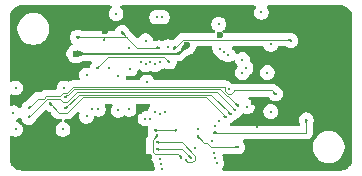
<source format=gbr>
%TF.GenerationSoftware,KiCad,Pcbnew,9.0.2*%
%TF.CreationDate,2025-06-09T13:24:08-05:00*%
%TF.ProjectId,ICEBATS384,49434542-4154-4533-9338-342e6b696361,rev?*%
%TF.SameCoordinates,Original*%
%TF.FileFunction,Copper,L2,Inr*%
%TF.FilePolarity,Positive*%
%FSLAX46Y46*%
G04 Gerber Fmt 4.6, Leading zero omitted, Abs format (unit mm)*
G04 Created by KiCad (PCBNEW 9.0.2) date 2025-06-09 13:24:08*
%MOMM*%
%LPD*%
G01*
G04 APERTURE LIST*
%TA.AperFunction,ViaPad*%
%ADD10C,0.250000*%
%TD*%
%TA.AperFunction,ViaPad*%
%ADD11C,0.600000*%
%TD*%
%TA.AperFunction,Conductor*%
%ADD12C,0.120000*%
%TD*%
%TA.AperFunction,Conductor*%
%ADD13C,0.200000*%
%TD*%
G04 APERTURE END LIST*
D10*
%TO.N,GND*%
X47300000Y-38700000D03*
X47600000Y-42000000D03*
X41400000Y-43500000D03*
X45600000Y-41600000D03*
X35600000Y-36600000D03*
X37000000Y-36000000D03*
%TO.N,+3V3*%
X36900000Y-43500000D03*
%TO.N,GND*%
X26000000Y-40000000D03*
X26000000Y-43500000D03*
X30000000Y-43500000D03*
X30099992Y-40000008D03*
X32500000Y-41800000D03*
%TO.N,F_IO15*%
X44800000Y-45000000D03*
X41400000Y-44100000D03*
%TO.N,F_IO27*%
X37949997Y-34000000D03*
%TO.N,F_IO26*%
X38400000Y-34000000D03*
%TO.N,F_IO23*%
X43279972Y-36679888D03*
%TO.N,F_IO22*%
X43597505Y-36998753D03*
%TO.N,F_IO20*%
X45200000Y-37600000D03*
%TO.N,F_IO19*%
X45500000Y-38300000D03*
%TO.N,F_IO18*%
X45200000Y-38700000D03*
%TO.N,GND*%
X44000000Y-37200000D03*
X41200000Y-45100000D03*
%TO.N,+3V3*%
X42600000Y-44500000D03*
%TO.N,GND*%
X47600000Y-36300000D03*
X43200000Y-34600000D03*
X46800000Y-33600000D03*
X34500000Y-33700000D03*
%TO.N,+3V3*%
X44400000Y-35000000D03*
X44400000Y-36700000D03*
X47300000Y-42800000D03*
X47300000Y-44700000D03*
X28000000Y-39900000D03*
X28300000Y-42600000D03*
X46400000Y-43300000D03*
X36900000Y-33500000D03*
%TO.N,F_IO14*%
X43018283Y-46373133D03*
%TO.N,F_IO13*%
X42909142Y-45936567D03*
%TO.N,F_IO12*%
X42800000Y-45500000D03*
%TO.N,F_IO14*%
X38418283Y-46873133D03*
%TO.N,F_IO13*%
X38309142Y-46436567D03*
%TO.N,F_IO12*%
X38200000Y-46000000D03*
%TO.N,F_IO1*%
X36949997Y-42600000D03*
%TO.N,F_IO2*%
X37400000Y-42600000D03*
%TO.N,F_IO7*%
X38603976Y-41997987D03*
%TO.N,F_IO6*%
X38202495Y-42201247D03*
%TO.N,F_IO5*%
X37800000Y-42000000D03*
%TO.N,F_IO8*%
X38000000Y-45200000D03*
%TO.N,F_IO7*%
X38000000Y-44600000D03*
%TO.N,F_IO6*%
X38001247Y-44002495D03*
%TO.N,F_IO5*%
X37800000Y-43600000D03*
X39601247Y-43597505D03*
%TO.N,F_IO6*%
X40000000Y-45900000D03*
%TO.N,F_IO7*%
X40419006Y-46139468D03*
%TO.N,F_IO8*%
X40800000Y-45900000D03*
%TO.N,GND*%
X33900000Y-38300000D03*
%TO.N,F_IO32*%
X36600000Y-37800000D03*
%TO.N,F_IO30*%
X37400000Y-37800000D03*
%TO.N,+1V2*%
X39800000Y-37100000D03*
%TO.N,F_CDONE*%
X38900000Y-36500000D03*
%TO.N,W_|HOLD*%
X39396809Y-36675000D03*
%TO.N,+3V3*%
X36600000Y-42100000D03*
%TO.N,F_|CRST*%
X33500000Y-35900000D03*
%TO.N,F_IO31*%
X37100000Y-39500000D03*
%TO.N,F_CDONE*%
X39000000Y-37800000D03*
%TO.N,Net-(Q2-D1)*%
X34700000Y-41900000D03*
X34700000Y-39000000D03*
%TO.N,Net-(Q1-D1)*%
X32000000Y-42400000D03*
X32000000Y-38900000D03*
%TO.N,F_CDONE*%
X32900000Y-38300000D03*
%TO.N,F_|CRST*%
X33000000Y-41800000D03*
%TO.N,F_IO31*%
X35600000Y-41800000D03*
%TO.N,F_IO32*%
X35700000Y-38400000D03*
%TO.N,F_|CRST*%
X31200000Y-35700000D03*
%TO.N,W_|HOLD*%
X49300000Y-36000000D03*
X48000000Y-40500000D03*
%TO.N,F_IO12*%
X43800000Y-42500000D03*
%TO.N,F_IO13*%
X44200000Y-42200000D03*
%TO.N,F_IO14*%
X44598753Y-41902495D03*
%TO.N,F_IO15*%
X44800000Y-41500000D03*
X30200000Y-40800000D03*
%TO.N,F_IO13*%
X30200000Y-41700000D03*
%TO.N,F_IO14*%
X27100000Y-42500000D03*
%TO.N,W_|HOLD*%
X27100000Y-41700000D03*
%TO.N,F_|CRST*%
X25800000Y-42100000D03*
%TO.N,F_IO12*%
X28900000Y-41300000D03*
%TO.N,+3V3*%
X28900000Y-42100000D03*
%TO.N,CLOCK_EN*%
X42800000Y-43800000D03*
%TO.N,F_|CRST*%
X35000000Y-35300000D03*
X38100000Y-36600000D03*
%TO.N,CLOCK_EN*%
X50600000Y-42700000D03*
%TO.N,F_|CRST*%
X42900000Y-43200000D03*
%TO.N,F_CDONE*%
X43200000Y-42800000D03*
%TO.N,+3V3*%
X44100000Y-40100000D03*
%TO.N,F_IO29*%
X37800002Y-38006158D03*
%TO.N,F_IO31*%
X36999998Y-38006158D03*
%TO.N,CLOCK_EN*%
X38200001Y-37800000D03*
D11*
%TO.N,+1V2*%
X40500000Y-36400000D03*
X31100000Y-37100000D03*
%TO.N,+3V3*%
X39700000Y-35000000D03*
X43300000Y-35500000D03*
X51800000Y-36000000D03*
X49700000Y-43000000D03*
X46200000Y-41200000D03*
X46500000Y-34700000D03*
X37300000Y-45815000D03*
X33600000Y-35200000D03*
%TD*%
D12*
%TO.N,F_IO15*%
X42204110Y-44649997D02*
X42554113Y-45000000D01*
X41949997Y-44649997D02*
X42204110Y-44649997D01*
X41400000Y-44100000D02*
X41949997Y-44649997D01*
X42554113Y-45000000D02*
X44800000Y-45000000D01*
%TO.N,F_IO6*%
X37614000Y-44389742D02*
X38001247Y-44002495D01*
X37614000Y-45414000D02*
X37614000Y-44389742D01*
X37800000Y-45600000D02*
X37614000Y-45414000D01*
X39700000Y-45600000D02*
X37800000Y-45600000D01*
X40000000Y-45900000D02*
X39700000Y-45600000D01*
%TO.N,F_IO7*%
X41186000Y-45740113D02*
X40045887Y-44600000D01*
X40045887Y-44600000D02*
X38000000Y-44600000D01*
X40565538Y-46286000D02*
X40959887Y-46286000D01*
X40959887Y-46286000D02*
X41186000Y-46059887D01*
X40419006Y-46139468D02*
X40565538Y-46286000D01*
X41186000Y-46059887D02*
X41186000Y-45740113D01*
%TO.N,F_IO8*%
X40100000Y-45200000D02*
X38000000Y-45200000D01*
X40800000Y-45900000D02*
X40100000Y-45200000D01*
%TO.N,F_IO5*%
X37802495Y-43597505D02*
X37800000Y-43600000D01*
X39601247Y-43597505D02*
X37802495Y-43597505D01*
%TO.N,F_|CRST*%
X33500000Y-35700000D02*
X33500000Y-35900000D01*
X33500000Y-35700000D02*
X35400000Y-35700000D01*
X31200000Y-35700000D02*
X33500000Y-35700000D01*
%TO.N,F_CDONE*%
X33839000Y-37361000D02*
X38561000Y-37361000D01*
X38561000Y-37361000D02*
X39000000Y-37800000D01*
X32900000Y-38300000D02*
X33839000Y-37361000D01*
%TO.N,F_IO12*%
X42084000Y-40784000D02*
X43800000Y-42500000D01*
X31679000Y-40784000D02*
X42084000Y-40784000D01*
X29686000Y-42086000D02*
X30377000Y-42086000D01*
X30377000Y-42086000D02*
X31679000Y-40784000D01*
X28900000Y-41300000D02*
X29686000Y-42086000D01*
%TO.N,F_IO13*%
X42563000Y-40563000D02*
X44200000Y-42200000D01*
X31337000Y-40563000D02*
X42563000Y-40563000D01*
X30200000Y-41700000D02*
X31337000Y-40563000D01*
%TO.N,F_IO14*%
X43038258Y-40342000D02*
X44598753Y-41902495D01*
X30359887Y-41186000D02*
X31203887Y-40342000D01*
X29768113Y-40914000D02*
X30040113Y-41186000D01*
X28686000Y-40914000D02*
X29768113Y-40914000D01*
X31203887Y-40342000D02*
X43038258Y-40342000D01*
X27100000Y-42500000D02*
X28686000Y-40914000D01*
X30040113Y-41186000D02*
X30359887Y-41186000D01*
%TO.N,F_IO15*%
X43848572Y-40707000D02*
X44007000Y-40707000D01*
X30965429Y-40121000D02*
X43262572Y-40121000D01*
X30451429Y-40635000D02*
X30965429Y-40121000D01*
X30365000Y-40635000D02*
X30451429Y-40635000D01*
X30200000Y-40800000D02*
X30365000Y-40635000D01*
X43262572Y-40121000D02*
X43848572Y-40707000D01*
X44007000Y-40707000D02*
X44800000Y-41500000D01*
%TO.N,W_|HOLD*%
X47700000Y-40200000D02*
X48000000Y-40500000D01*
X44486000Y-40200000D02*
X47700000Y-40200000D01*
X44259887Y-40486000D02*
X44486000Y-40259887D01*
X43940113Y-40486000D02*
X44259887Y-40486000D01*
X43714000Y-40259887D02*
X43940113Y-40486000D01*
X44486000Y-40259887D02*
X44486000Y-40200000D01*
X43714000Y-39900000D02*
X43714000Y-40259887D01*
X30040113Y-40414000D02*
X30359887Y-40414000D01*
X30873887Y-39900000D02*
X43714000Y-39900000D01*
X29761113Y-40693000D02*
X30040113Y-40414000D01*
X30359887Y-40414000D02*
X30873887Y-39900000D01*
X27900000Y-40900000D02*
X28387458Y-40900000D01*
X28594459Y-40693000D02*
X29761113Y-40693000D01*
X27100000Y-41700000D02*
X27900000Y-40900000D01*
X28387458Y-40900000D02*
X28594459Y-40693000D01*
%TO.N,F_|CRST*%
X35400000Y-35700000D02*
X35450000Y-35750000D01*
X36300000Y-36600000D02*
X35450000Y-35750000D01*
%TO.N,W_|HOLD*%
X40171809Y-35900000D02*
X39396809Y-36675000D01*
X43048047Y-35900000D02*
X40171809Y-35900000D01*
X43490953Y-35961000D02*
X43109047Y-35961000D01*
X43551953Y-35900000D02*
X43490953Y-35961000D01*
X43109047Y-35961000D02*
X43048047Y-35900000D01*
X49200000Y-35900000D02*
X43551953Y-35900000D01*
X49300000Y-36000000D02*
X49200000Y-35900000D01*
%TO.N,CLOCK_EN*%
X42800000Y-43800000D02*
X50600000Y-43800000D01*
X50600000Y-43800000D02*
X50600000Y-42700000D01*
%TO.N,F_|CRST*%
X35450000Y-35750000D02*
X35000000Y-35300000D01*
X38100000Y-36600000D02*
X36300000Y-36600000D01*
D13*
%TO.N,+1V2*%
X31100000Y-37100000D02*
X39800000Y-37100000D01*
X39800000Y-37100000D02*
X40500000Y-36400000D01*
%TD*%
%TA.AperFunction,Conductor*%
%TO.N,+3V3*%
G36*
X34153941Y-41364185D02*
G01*
X34199696Y-41416989D01*
X34209640Y-41486147D01*
X34190004Y-41537391D01*
X34145692Y-41603707D01*
X34145687Y-41603716D01*
X34098538Y-41717545D01*
X34098535Y-41717555D01*
X34074500Y-41838389D01*
X34074500Y-41961610D01*
X34094391Y-42061610D01*
X34098537Y-42082452D01*
X34107246Y-42103477D01*
X34145687Y-42196283D01*
X34145692Y-42196292D01*
X34214141Y-42298732D01*
X34214144Y-42298736D01*
X34301263Y-42385855D01*
X34301267Y-42385858D01*
X34403707Y-42454307D01*
X34403716Y-42454312D01*
X34421335Y-42461610D01*
X34517548Y-42501463D01*
X34598451Y-42517555D01*
X34638389Y-42525499D01*
X34638393Y-42525500D01*
X34638394Y-42525500D01*
X34761607Y-42525500D01*
X34761608Y-42525499D01*
X34882452Y-42501463D01*
X34996286Y-42454311D01*
X35098733Y-42385858D01*
X35127790Y-42356800D01*
X35189108Y-42323317D01*
X35258800Y-42328299D01*
X35284362Y-42341381D01*
X35303705Y-42354306D01*
X35303713Y-42354310D01*
X35303714Y-42354311D01*
X35417548Y-42401463D01*
X35535207Y-42424866D01*
X35538389Y-42425499D01*
X35538393Y-42425500D01*
X35538394Y-42425500D01*
X35661607Y-42425500D01*
X35661608Y-42425499D01*
X35782452Y-42401463D01*
X35896286Y-42354311D01*
X35998733Y-42285858D01*
X36085858Y-42198733D01*
X36154311Y-42096286D01*
X36201463Y-41982452D01*
X36225500Y-41861606D01*
X36225500Y-41738394D01*
X36201463Y-41617548D01*
X36168261Y-41537391D01*
X36159381Y-41515953D01*
X36151912Y-41446483D01*
X36183187Y-41384004D01*
X36243276Y-41348352D01*
X36273942Y-41344500D01*
X37271546Y-41344500D01*
X37338585Y-41364185D01*
X37384340Y-41416989D01*
X37394284Y-41486147D01*
X37365259Y-41549703D01*
X37359227Y-41556181D01*
X37314144Y-41601263D01*
X37314141Y-41601267D01*
X37245692Y-41703707D01*
X37245687Y-41703716D01*
X37198538Y-41817545D01*
X37198535Y-41817555D01*
X37185582Y-41882676D01*
X37153197Y-41944587D01*
X37092482Y-41979161D01*
X37039777Y-41980103D01*
X37011604Y-41974500D01*
X37011603Y-41974500D01*
X36888391Y-41974500D01*
X36888386Y-41974500D01*
X36767552Y-41998535D01*
X36767542Y-41998538D01*
X36653713Y-42045687D01*
X36653704Y-42045692D01*
X36551264Y-42114141D01*
X36551260Y-42114144D01*
X36464141Y-42201263D01*
X36464138Y-42201267D01*
X36395689Y-42303707D01*
X36395684Y-42303716D01*
X36348535Y-42417545D01*
X36348532Y-42417555D01*
X36324497Y-42538389D01*
X36324497Y-42661610D01*
X36347666Y-42778088D01*
X36348534Y-42782452D01*
X36356409Y-42801463D01*
X36395684Y-42896283D01*
X36395689Y-42896292D01*
X36464138Y-42998732D01*
X36464141Y-42998736D01*
X36551260Y-43085855D01*
X36551264Y-43085858D01*
X36653704Y-43154307D01*
X36653710Y-43154310D01*
X36653711Y-43154311D01*
X36767545Y-43201463D01*
X36859810Y-43219815D01*
X36888386Y-43225499D01*
X36888390Y-43225500D01*
X36888391Y-43225500D01*
X37011604Y-43225500D01*
X37011605Y-43225499D01*
X37047303Y-43218399D01*
X37074483Y-43212993D01*
X37144075Y-43219220D01*
X37199252Y-43262083D01*
X37222496Y-43327973D01*
X37213236Y-43382061D01*
X37199571Y-43415053D01*
X37198538Y-43417546D01*
X37198535Y-43417555D01*
X37174500Y-43538389D01*
X37174500Y-43661610D01*
X37198535Y-43782444D01*
X37198539Y-43782458D01*
X37234220Y-43868601D01*
X37241689Y-43938071D01*
X37220967Y-43987556D01*
X37214844Y-43996230D01*
X37165488Y-44045587D01*
X37103041Y-44153749D01*
X37100223Y-44158629D01*
X37100220Y-44158634D01*
X37091697Y-44173396D01*
X37067711Y-44262916D01*
X37056209Y-44305842D01*
X37053500Y-44315951D01*
X37053500Y-45340208D01*
X37053500Y-45487792D01*
X37056637Y-45499500D01*
X37078465Y-45580962D01*
X37091697Y-45630346D01*
X37091698Y-45630347D01*
X37106300Y-45655639D01*
X37165488Y-45758155D01*
X37269845Y-45862512D01*
X37269846Y-45862512D01*
X37298035Y-45890702D01*
X37351487Y-45944154D01*
X37351488Y-45944155D01*
X37455845Y-46048512D01*
X37538295Y-46096114D01*
X37586510Y-46146682D01*
X37589573Y-46153065D01*
X37595210Y-46165725D01*
X37598537Y-46182452D01*
X37645689Y-46296286D01*
X37668618Y-46330603D01*
X37672921Y-46340266D01*
X37676214Y-46364831D01*
X37683622Y-46388489D01*
X37683642Y-46390702D01*
X37683642Y-46498177D01*
X37707677Y-46619011D01*
X37707679Y-46619019D01*
X37712292Y-46630155D01*
X37754830Y-46732852D01*
X37771885Y-46758376D01*
X37777535Y-46776422D01*
X37787760Y-46792332D01*
X37792211Y-46823291D01*
X37792763Y-46825053D01*
X37792783Y-46827267D01*
X37792783Y-46875500D01*
X37773098Y-46942539D01*
X37720294Y-46988294D01*
X37668783Y-46999500D01*
X26505413Y-46999500D01*
X26494605Y-46999028D01*
X26337246Y-46985260D01*
X26315961Y-46981507D01*
X26168630Y-46942030D01*
X26148318Y-46934637D01*
X26010084Y-46870177D01*
X25991366Y-46859370D01*
X25866417Y-46771880D01*
X25849859Y-46757986D01*
X25742013Y-46650140D01*
X25728119Y-46633582D01*
X25640629Y-46508633D01*
X25629822Y-46489915D01*
X25565362Y-46351681D01*
X25557969Y-46331369D01*
X25536583Y-46251555D01*
X25518491Y-46184035D01*
X25514739Y-46162752D01*
X25514065Y-46155051D01*
X25500972Y-46005393D01*
X25500500Y-45994586D01*
X25500500Y-44150516D01*
X25520185Y-44083477D01*
X25572989Y-44037722D01*
X25642147Y-44027778D01*
X25693391Y-44047414D01*
X25703707Y-44054307D01*
X25703713Y-44054310D01*
X25703714Y-44054311D01*
X25817548Y-44101463D01*
X25911814Y-44120213D01*
X25938389Y-44125499D01*
X25938393Y-44125500D01*
X25938394Y-44125500D01*
X26061607Y-44125500D01*
X26061608Y-44125499D01*
X26182452Y-44101463D01*
X26296286Y-44054311D01*
X26398733Y-43985858D01*
X26485858Y-43898733D01*
X26554311Y-43796286D01*
X26601463Y-43682452D01*
X26625500Y-43561606D01*
X26625500Y-43438394D01*
X26601463Y-43317548D01*
X26554311Y-43203714D01*
X26554310Y-43203713D01*
X26554307Y-43203707D01*
X26522644Y-43156320D01*
X26522641Y-43156316D01*
X26485858Y-43101267D01*
X26398733Y-43014142D01*
X26394582Y-43011368D01*
X26394581Y-43011367D01*
X26296292Y-42945692D01*
X26296283Y-42945687D01*
X26182937Y-42898738D01*
X26182452Y-42898537D01*
X26182448Y-42898536D01*
X26182444Y-42898535D01*
X26126558Y-42887419D01*
X26064647Y-42855035D01*
X26030073Y-42794319D01*
X26033812Y-42724550D01*
X26074678Y-42667877D01*
X26092302Y-42656441D01*
X26096285Y-42654312D01*
X26151306Y-42617548D01*
X26198733Y-42585858D01*
X26268732Y-42515858D01*
X26330053Y-42482375D01*
X26399745Y-42487359D01*
X26455679Y-42529230D01*
X26478029Y-42579350D01*
X26498535Y-42682444D01*
X26498538Y-42682454D01*
X26545687Y-42796283D01*
X26545692Y-42796292D01*
X26577354Y-42843678D01*
X26577359Y-42843684D01*
X26614142Y-42898733D01*
X26701267Y-42985858D01*
X26705417Y-42988631D01*
X26705418Y-42988632D01*
X26803707Y-43054307D01*
X26803713Y-43054310D01*
X26803714Y-43054311D01*
X26917548Y-43101463D01*
X27019204Y-43121683D01*
X27038389Y-43125499D01*
X27038393Y-43125500D01*
X27038394Y-43125500D01*
X27161607Y-43125500D01*
X27161608Y-43125499D01*
X27282452Y-43101463D01*
X27396286Y-43054311D01*
X27498733Y-42985858D01*
X27585858Y-42898733D01*
X27585989Y-42898538D01*
X27594463Y-42885855D01*
X27627274Y-42836748D01*
X27650761Y-42806158D01*
X27725774Y-42672669D01*
X27726727Y-42671089D01*
X27728618Y-42669351D01*
X27745247Y-42647417D01*
X28494117Y-41898547D01*
X28555438Y-41865064D01*
X28625130Y-41870048D01*
X28642541Y-41878128D01*
X28674853Y-41896286D01*
X28725652Y-41924832D01*
X28752585Y-41945251D01*
X29341845Y-42534512D01*
X29469655Y-42608303D01*
X29612209Y-42646500D01*
X29612211Y-42646500D01*
X29825632Y-42646500D01*
X29892671Y-42666185D01*
X29938426Y-42718989D01*
X29948370Y-42788147D01*
X29919345Y-42851703D01*
X29860567Y-42889477D01*
X29849823Y-42892117D01*
X29817555Y-42898535D01*
X29817545Y-42898538D01*
X29703716Y-42945687D01*
X29703707Y-42945692D01*
X29601267Y-43014141D01*
X29601263Y-43014144D01*
X29514144Y-43101263D01*
X29514141Y-43101267D01*
X29445692Y-43203707D01*
X29445687Y-43203716D01*
X29398538Y-43317545D01*
X29398535Y-43317555D01*
X29374500Y-43438389D01*
X29374500Y-43561610D01*
X29394391Y-43661610D01*
X29398537Y-43682452D01*
X29398662Y-43682753D01*
X29445687Y-43796283D01*
X29445692Y-43796292D01*
X29514141Y-43898732D01*
X29514144Y-43898736D01*
X29601263Y-43985855D01*
X29601267Y-43985858D01*
X29703707Y-44054307D01*
X29703713Y-44054310D01*
X29703714Y-44054311D01*
X29817548Y-44101463D01*
X29911814Y-44120213D01*
X29938389Y-44125499D01*
X29938393Y-44125500D01*
X29938394Y-44125500D01*
X30061607Y-44125500D01*
X30061608Y-44125499D01*
X30182452Y-44101463D01*
X30296286Y-44054311D01*
X30398733Y-43985858D01*
X30485858Y-43898733D01*
X30554311Y-43796286D01*
X30601463Y-43682452D01*
X30625500Y-43561606D01*
X30625500Y-43438394D01*
X30601463Y-43317548D01*
X30554311Y-43203714D01*
X30554310Y-43203713D01*
X30554307Y-43203707D01*
X30485858Y-43101267D01*
X30485855Y-43101263D01*
X30398736Y-43014144D01*
X30398732Y-43014141D01*
X30296292Y-42945692D01*
X30296283Y-42945687D01*
X30182937Y-42898738D01*
X30182452Y-42898537D01*
X30182448Y-42898536D01*
X30182444Y-42898535D01*
X30150177Y-42892117D01*
X30088266Y-42859733D01*
X30053692Y-42799017D01*
X30057431Y-42729248D01*
X30098297Y-42672575D01*
X30163315Y-42646994D01*
X30174368Y-42646500D01*
X30450789Y-42646500D01*
X30450792Y-42646500D01*
X30593345Y-42608303D01*
X30610260Y-42598537D01*
X30721155Y-42534512D01*
X30825512Y-42430155D01*
X30825512Y-42430153D01*
X30835716Y-42419950D01*
X30835719Y-42419945D01*
X31212591Y-42043073D01*
X31273912Y-42009590D01*
X31343604Y-42014574D01*
X31399537Y-42056446D01*
X31423954Y-42121910D01*
X31414832Y-42178207D01*
X31398538Y-42217545D01*
X31398535Y-42217555D01*
X31374500Y-42338389D01*
X31374500Y-42461610D01*
X31398535Y-42582444D01*
X31398538Y-42582454D01*
X31445687Y-42696283D01*
X31445692Y-42696292D01*
X31514141Y-42798732D01*
X31514144Y-42798736D01*
X31601263Y-42885855D01*
X31601267Y-42885858D01*
X31703707Y-42954307D01*
X31703713Y-42954310D01*
X31703714Y-42954311D01*
X31817548Y-43001463D01*
X31898451Y-43017555D01*
X31938389Y-43025499D01*
X31938393Y-43025500D01*
X31938394Y-43025500D01*
X32061607Y-43025500D01*
X32061608Y-43025499D01*
X32182452Y-43001463D01*
X32296286Y-42954311D01*
X32398733Y-42885858D01*
X32485858Y-42798733D01*
X32554311Y-42696286D01*
X32601463Y-42582452D01*
X32620494Y-42486772D01*
X32624175Y-42479735D01*
X32624460Y-42471793D01*
X32640139Y-42449217D01*
X32652877Y-42424866D01*
X32660798Y-42419470D01*
X32664316Y-42414406D01*
X32694662Y-42396405D01*
X32702562Y-42393132D01*
X32772032Y-42385673D01*
X32797451Y-42393138D01*
X32817548Y-42401463D01*
X32938394Y-42425500D01*
X32938396Y-42425500D01*
X33061607Y-42425500D01*
X33061608Y-42425499D01*
X33182452Y-42401463D01*
X33296286Y-42354311D01*
X33398733Y-42285858D01*
X33485858Y-42198733D01*
X33554311Y-42096286D01*
X33601463Y-41982452D01*
X33625500Y-41861606D01*
X33625500Y-41738394D01*
X33601463Y-41617548D01*
X33568261Y-41537391D01*
X33559381Y-41515953D01*
X33551912Y-41446483D01*
X33583187Y-41384004D01*
X33643276Y-41348352D01*
X33673942Y-41344500D01*
X34086902Y-41344500D01*
X34153941Y-41364185D01*
G37*
%TD.AperFunction*%
%TA.AperFunction,Conductor*%
G36*
X34082585Y-33020185D02*
G01*
X34128340Y-33072989D01*
X34138284Y-33142147D01*
X34109259Y-33205703D01*
X34103227Y-33212181D01*
X34014144Y-33301263D01*
X34014141Y-33301267D01*
X33945692Y-33403707D01*
X33945687Y-33403716D01*
X33898538Y-33517545D01*
X33898535Y-33517555D01*
X33874500Y-33638389D01*
X33874500Y-33761610D01*
X33895837Y-33868880D01*
X33898537Y-33882452D01*
X33899529Y-33884847D01*
X33945687Y-33996283D01*
X33945692Y-33996292D01*
X34014141Y-34098732D01*
X34014144Y-34098736D01*
X34101263Y-34185855D01*
X34101267Y-34185858D01*
X34203707Y-34254307D01*
X34203713Y-34254310D01*
X34203714Y-34254311D01*
X34317548Y-34301463D01*
X34438389Y-34325499D01*
X34438393Y-34325500D01*
X34438394Y-34325500D01*
X34561607Y-34325500D01*
X34561608Y-34325499D01*
X34682452Y-34301463D01*
X34796286Y-34254311D01*
X34898733Y-34185858D01*
X34985858Y-34098733D01*
X35054311Y-33996286D01*
X35078293Y-33938389D01*
X37324497Y-33938389D01*
X37324497Y-34061610D01*
X37348532Y-34182444D01*
X37348534Y-34182452D01*
X37356408Y-34201461D01*
X37395684Y-34296283D01*
X37395689Y-34296292D01*
X37464138Y-34398732D01*
X37464141Y-34398736D01*
X37551260Y-34485855D01*
X37551264Y-34485858D01*
X37653704Y-34554307D01*
X37653710Y-34554310D01*
X37653711Y-34554311D01*
X37767545Y-34601463D01*
X37888386Y-34625499D01*
X37888390Y-34625500D01*
X37888391Y-34625500D01*
X38011601Y-34625500D01*
X38011603Y-34625500D01*
X38132449Y-34601463D01*
X38132458Y-34601458D01*
X38138280Y-34599694D01*
X38139061Y-34602270D01*
X38196939Y-34596012D01*
X38211537Y-34600290D01*
X38211718Y-34599694D01*
X38217537Y-34601458D01*
X38217548Y-34601463D01*
X38338389Y-34625499D01*
X38338393Y-34625500D01*
X38338394Y-34625500D01*
X38461607Y-34625500D01*
X38461608Y-34625499D01*
X38582452Y-34601463D01*
X38696286Y-34554311D01*
X38798733Y-34485858D01*
X38885858Y-34398733D01*
X38954311Y-34296286D01*
X39001463Y-34182452D01*
X39025500Y-34061606D01*
X39025500Y-33938394D01*
X39001463Y-33817548D01*
X38954311Y-33703714D01*
X38954310Y-33703713D01*
X38954307Y-33703707D01*
X38885858Y-33601267D01*
X38885855Y-33601263D01*
X38798736Y-33514144D01*
X38798732Y-33514141D01*
X38696292Y-33445692D01*
X38696283Y-33445687D01*
X38603477Y-33407246D01*
X38582452Y-33398537D01*
X38582448Y-33398536D01*
X38582444Y-33398535D01*
X38461610Y-33374500D01*
X38461606Y-33374500D01*
X38338394Y-33374500D01*
X38338389Y-33374500D01*
X38217551Y-33398536D01*
X38211716Y-33400306D01*
X38210947Y-33397772D01*
X38152819Y-33403944D01*
X38138461Y-33399720D01*
X38138284Y-33400307D01*
X38132443Y-33398535D01*
X38011607Y-33374500D01*
X38011603Y-33374500D01*
X37888391Y-33374500D01*
X37888386Y-33374500D01*
X37767552Y-33398535D01*
X37767542Y-33398538D01*
X37653713Y-33445687D01*
X37653704Y-33445692D01*
X37551264Y-33514141D01*
X37551260Y-33514144D01*
X37464141Y-33601263D01*
X37464138Y-33601267D01*
X37395689Y-33703707D01*
X37395684Y-33703716D01*
X37348535Y-33817545D01*
X37348532Y-33817555D01*
X37324497Y-33938389D01*
X35078293Y-33938389D01*
X35101463Y-33882452D01*
X35125500Y-33761606D01*
X35125500Y-33638394D01*
X35101463Y-33517548D01*
X35054311Y-33403714D01*
X35054310Y-33403713D01*
X35054307Y-33403707D01*
X34985858Y-33301267D01*
X34985855Y-33301263D01*
X34896773Y-33212181D01*
X34863288Y-33150858D01*
X34868272Y-33081166D01*
X34910144Y-33025233D01*
X34975608Y-33000816D01*
X34984454Y-33000500D01*
X46216731Y-33000500D01*
X46283770Y-33020185D01*
X46329525Y-33072989D01*
X46339469Y-33142147D01*
X46316077Y-33195234D01*
X46317526Y-33196202D01*
X46245692Y-33303707D01*
X46245687Y-33303716D01*
X46198538Y-33417545D01*
X46198535Y-33417555D01*
X46174500Y-33538389D01*
X46174500Y-33661610D01*
X46198535Y-33782444D01*
X46198538Y-33782454D01*
X46245687Y-33896283D01*
X46245692Y-33896292D01*
X46314141Y-33998732D01*
X46314144Y-33998736D01*
X46401263Y-34085855D01*
X46401267Y-34085858D01*
X46503707Y-34154307D01*
X46503713Y-34154310D01*
X46503714Y-34154311D01*
X46617548Y-34201463D01*
X46738389Y-34225499D01*
X46738393Y-34225500D01*
X46738394Y-34225500D01*
X46861607Y-34225500D01*
X46861608Y-34225499D01*
X46982452Y-34201463D01*
X47096286Y-34154311D01*
X47198733Y-34085858D01*
X47285858Y-33998733D01*
X47354311Y-33896286D01*
X47401463Y-33782452D01*
X47425500Y-33661606D01*
X47425500Y-33538394D01*
X47401463Y-33417548D01*
X47354311Y-33303714D01*
X47354310Y-33303713D01*
X47354307Y-33303707D01*
X47282474Y-33196202D01*
X47284020Y-33195168D01*
X47260103Y-33138857D01*
X47271893Y-33069989D01*
X47319045Y-33018428D01*
X47383269Y-33000500D01*
X53434108Y-33000500D01*
X53494587Y-33000500D01*
X53505394Y-33000972D01*
X53535721Y-33003625D01*
X53662755Y-33014739D01*
X53684035Y-33018491D01*
X53785539Y-33045689D01*
X53831369Y-33057969D01*
X53851681Y-33065362D01*
X53989915Y-33129822D01*
X54008633Y-33140629D01*
X54133582Y-33228119D01*
X54150140Y-33242013D01*
X54257986Y-33349859D01*
X54271880Y-33366417D01*
X54359370Y-33491366D01*
X54370177Y-33510084D01*
X54434637Y-33648318D01*
X54442030Y-33668630D01*
X54481507Y-33815961D01*
X54485260Y-33837246D01*
X54499028Y-33994605D01*
X54499500Y-34005413D01*
X54499500Y-45994586D01*
X54499028Y-46005393D01*
X54499028Y-46005394D01*
X54485260Y-46162753D01*
X54481507Y-46184038D01*
X54442030Y-46331369D01*
X54434637Y-46351681D01*
X54370177Y-46489915D01*
X54359370Y-46508633D01*
X54271880Y-46633582D01*
X54257986Y-46650140D01*
X54150140Y-46757986D01*
X54133582Y-46771880D01*
X54008633Y-46859370D01*
X53989915Y-46870177D01*
X53851681Y-46934637D01*
X53831369Y-46942030D01*
X53684038Y-46981507D01*
X53662753Y-46985260D01*
X53505395Y-46999028D01*
X53494587Y-46999500D01*
X43575870Y-46999500D01*
X43508831Y-46979815D01*
X43463076Y-46927011D01*
X43453132Y-46857853D01*
X43482157Y-46794297D01*
X43488189Y-46787819D01*
X43504138Y-46771869D01*
X43504141Y-46771866D01*
X43572594Y-46669419D01*
X43619746Y-46555585D01*
X43643783Y-46434739D01*
X43643783Y-46311527D01*
X43619746Y-46190681D01*
X43572594Y-46076847D01*
X43567288Y-46068907D01*
X43555539Y-46051321D01*
X43534662Y-45984644D01*
X43534642Y-45982432D01*
X43534642Y-45874960D01*
X43534641Y-45874956D01*
X43518993Y-45796286D01*
X43510605Y-45754115D01*
X43501424Y-45731952D01*
X43493956Y-45662483D01*
X43525231Y-45600004D01*
X43585320Y-45564352D01*
X43615986Y-45560500D01*
X44447975Y-45560500D01*
X44481458Y-45565106D01*
X44627020Y-45605928D01*
X44627029Y-45605930D01*
X44627042Y-45605934D01*
X44643730Y-45610309D01*
X44644517Y-45610501D01*
X44715322Y-45622523D01*
X44715329Y-45622522D01*
X44718652Y-45622727D01*
X44735272Y-45624879D01*
X44738393Y-45625500D01*
X44738394Y-45625500D01*
X44861607Y-45625500D01*
X44861608Y-45625499D01*
X44982452Y-45601463D01*
X45096286Y-45554311D01*
X45198733Y-45485858D01*
X45285858Y-45398733D01*
X45354311Y-45296286D01*
X45401463Y-45182452D01*
X45425500Y-45061606D01*
X45425500Y-44938394D01*
X45416613Y-44893713D01*
X51149500Y-44893713D01*
X51149500Y-45106286D01*
X51179592Y-45296283D01*
X51182754Y-45316243D01*
X51239964Y-45492317D01*
X51248444Y-45518414D01*
X51344951Y-45707820D01*
X51469890Y-45879786D01*
X51620213Y-46030109D01*
X51792179Y-46155048D01*
X51792181Y-46155049D01*
X51792184Y-46155051D01*
X51981588Y-46251557D01*
X52183757Y-46317246D01*
X52393713Y-46350500D01*
X52393714Y-46350500D01*
X52606286Y-46350500D01*
X52606287Y-46350500D01*
X52816243Y-46317246D01*
X53018412Y-46251557D01*
X53207816Y-46155051D01*
X53252890Y-46122303D01*
X53379786Y-46030109D01*
X53379788Y-46030106D01*
X53379792Y-46030104D01*
X53530104Y-45879792D01*
X53530106Y-45879788D01*
X53530109Y-45879786D01*
X53655048Y-45707820D01*
X53655047Y-45707820D01*
X53655051Y-45707816D01*
X53751557Y-45518412D01*
X53817246Y-45316243D01*
X53850500Y-45106287D01*
X53850500Y-44893713D01*
X53817246Y-44683757D01*
X53751557Y-44481588D01*
X53655051Y-44292184D01*
X53655049Y-44292181D01*
X53655048Y-44292179D01*
X53530109Y-44120213D01*
X53379786Y-43969890D01*
X53207820Y-43844951D01*
X53018414Y-43748444D01*
X53018413Y-43748443D01*
X53018412Y-43748443D01*
X52816243Y-43682754D01*
X52816241Y-43682753D01*
X52816240Y-43682753D01*
X52654957Y-43657208D01*
X52606287Y-43649500D01*
X52393713Y-43649500D01*
X52345042Y-43657208D01*
X52183760Y-43682753D01*
X52183757Y-43682754D01*
X52012516Y-43738394D01*
X51981585Y-43748444D01*
X51792179Y-43844951D01*
X51620213Y-43969890D01*
X51469890Y-44120213D01*
X51344951Y-44292179D01*
X51248444Y-44481585D01*
X51182753Y-44683760D01*
X51149500Y-44893713D01*
X45416613Y-44893713D01*
X45401463Y-44817548D01*
X45354311Y-44703714D01*
X45354310Y-44703713D01*
X45354307Y-44703707D01*
X45285858Y-44601267D01*
X45285855Y-44601263D01*
X45256773Y-44572181D01*
X45223288Y-44510858D01*
X45228272Y-44441166D01*
X45270144Y-44385233D01*
X45335608Y-44360816D01*
X45344454Y-44360500D01*
X50673789Y-44360500D01*
X50673791Y-44360500D01*
X50816345Y-44322303D01*
X50944155Y-44248512D01*
X51048512Y-44144155D01*
X51122303Y-44016345D01*
X51160500Y-43873791D01*
X51160500Y-43052023D01*
X51165106Y-43018540D01*
X51172406Y-42992511D01*
X51205934Y-42872956D01*
X51210309Y-42856269D01*
X51210501Y-42855482D01*
X51222523Y-42784677D01*
X51222522Y-42784668D01*
X51222727Y-42781346D01*
X51224877Y-42764733D01*
X51225500Y-42761606D01*
X51225500Y-42638394D01*
X51201463Y-42517548D01*
X51154311Y-42403714D01*
X51154310Y-42403713D01*
X51154307Y-42403707D01*
X51085858Y-42301267D01*
X51085855Y-42301263D01*
X50998736Y-42214144D01*
X50998732Y-42214141D01*
X50896292Y-42145692D01*
X50896283Y-42145687D01*
X50794950Y-42103714D01*
X50782452Y-42098537D01*
X50782448Y-42098536D01*
X50782444Y-42098535D01*
X50661610Y-42074500D01*
X50661606Y-42074500D01*
X50538394Y-42074500D01*
X50538389Y-42074500D01*
X50417555Y-42098535D01*
X50417545Y-42098538D01*
X50303716Y-42145687D01*
X50303707Y-42145692D01*
X50201267Y-42214141D01*
X50201263Y-42214144D01*
X50114144Y-42301263D01*
X50114141Y-42301267D01*
X50045692Y-42403707D01*
X50045687Y-42403716D01*
X49998538Y-42517545D01*
X49998535Y-42517555D01*
X49974500Y-42638389D01*
X49974500Y-42761606D01*
X49987679Y-42827872D01*
X49987687Y-42827906D01*
X49989040Y-42834706D01*
X49994065Y-42872955D01*
X50035401Y-43020349D01*
X50035856Y-43022184D01*
X50035747Y-43024741D01*
X50039500Y-43052024D01*
X50039500Y-43115500D01*
X50019815Y-43182539D01*
X49967011Y-43228294D01*
X49915500Y-43239500D01*
X44227905Y-43239500D01*
X44160866Y-43219815D01*
X44115111Y-43167011D01*
X44105167Y-43097853D01*
X44134192Y-43034297D01*
X44159014Y-43012398D01*
X44183490Y-42996043D01*
X44198733Y-42985858D01*
X44285858Y-42898733D01*
X44318169Y-42850375D01*
X44371779Y-42805572D01*
X44378504Y-42803098D01*
X44382450Y-42801463D01*
X44382452Y-42801463D01*
X44496286Y-42754311D01*
X44598733Y-42685858D01*
X44685858Y-42598733D01*
X44716396Y-42553028D01*
X44770004Y-42508226D01*
X44777998Y-42505285D01*
X44781198Y-42503959D01*
X44781205Y-42503958D01*
X44895039Y-42456806D01*
X44997486Y-42388353D01*
X45084611Y-42301228D01*
X45152457Y-42199689D01*
X45206067Y-42154885D01*
X45275392Y-42146178D01*
X45303011Y-42154020D01*
X45326432Y-42163721D01*
X45417548Y-42201463D01*
X45498451Y-42217555D01*
X45538389Y-42225499D01*
X45538393Y-42225500D01*
X45538394Y-42225500D01*
X45661607Y-42225500D01*
X45661608Y-42225499D01*
X45782452Y-42201463D01*
X45896286Y-42154311D01*
X45998733Y-42085858D01*
X46085858Y-41998733D01*
X46126179Y-41938389D01*
X46974500Y-41938389D01*
X46974500Y-42061610D01*
X46998137Y-42180441D01*
X46998537Y-42182452D01*
X47006411Y-42201461D01*
X47045687Y-42296283D01*
X47045692Y-42296292D01*
X47114141Y-42398732D01*
X47114144Y-42398736D01*
X47201263Y-42485855D01*
X47201267Y-42485858D01*
X47303707Y-42554307D01*
X47303716Y-42554312D01*
X47324739Y-42563020D01*
X47417548Y-42601463D01*
X47522864Y-42622411D01*
X47538389Y-42625499D01*
X47538393Y-42625500D01*
X47538394Y-42625500D01*
X47661607Y-42625500D01*
X47661608Y-42625499D01*
X47782452Y-42601463D01*
X47896286Y-42554311D01*
X47998733Y-42485858D01*
X48085858Y-42398733D01*
X48154311Y-42296286D01*
X48201463Y-42182452D01*
X48225500Y-42061606D01*
X48225500Y-41938394D01*
X48201463Y-41817548D01*
X48154311Y-41703714D01*
X48154310Y-41703713D01*
X48154307Y-41703707D01*
X48085858Y-41601267D01*
X48085855Y-41601263D01*
X47998736Y-41514144D01*
X47998732Y-41514141D01*
X47896292Y-41445692D01*
X47896283Y-41445687D01*
X47794933Y-41403707D01*
X47782452Y-41398537D01*
X47782448Y-41398536D01*
X47782444Y-41398535D01*
X47661610Y-41374500D01*
X47661606Y-41374500D01*
X47538394Y-41374500D01*
X47538389Y-41374500D01*
X47417555Y-41398535D01*
X47417545Y-41398538D01*
X47303716Y-41445687D01*
X47303707Y-41445692D01*
X47201267Y-41514141D01*
X47201263Y-41514144D01*
X47114144Y-41601263D01*
X47114141Y-41601267D01*
X47045692Y-41703707D01*
X47045687Y-41703716D01*
X46998538Y-41817545D01*
X46998535Y-41817555D01*
X46974500Y-41938389D01*
X46126179Y-41938389D01*
X46154311Y-41896286D01*
X46156145Y-41891858D01*
X46159050Y-41884847D01*
X46159050Y-41884846D01*
X46186923Y-41817555D01*
X46201463Y-41782452D01*
X46225500Y-41661606D01*
X46225500Y-41538394D01*
X46201463Y-41417548D01*
X46154311Y-41303714D01*
X46154310Y-41303713D01*
X46154307Y-41303707D01*
X46085858Y-41201267D01*
X46085855Y-41201263D01*
X45998736Y-41114144D01*
X45998732Y-41114141D01*
X45896292Y-41045692D01*
X45896282Y-41045687D01*
X45783717Y-40999061D01*
X45729314Y-40955220D01*
X45707249Y-40888926D01*
X45724528Y-40821226D01*
X45775666Y-40773616D01*
X45831170Y-40760500D01*
X47351413Y-40760500D01*
X47356963Y-40762129D01*
X47362641Y-40761009D01*
X47390115Y-40771864D01*
X47418452Y-40780185D01*
X47423641Y-40785110D01*
X47427623Y-40786684D01*
X47439062Y-40799748D01*
X47452094Y-40812117D01*
X47455490Y-40816840D01*
X47458219Y-40821503D01*
X47458632Y-40822181D01*
X47499953Y-40880339D01*
X47503406Y-40883490D01*
X47509954Y-40892597D01*
X47510180Y-40893241D01*
X47512373Y-40896086D01*
X47514142Y-40898733D01*
X47564649Y-40949240D01*
X47601268Y-40985859D01*
X47703707Y-41054307D01*
X47703713Y-41054310D01*
X47703714Y-41054311D01*
X47817548Y-41101463D01*
X47938389Y-41125499D01*
X47938393Y-41125500D01*
X47938394Y-41125500D01*
X48061607Y-41125500D01*
X48061608Y-41125499D01*
X48182452Y-41101463D01*
X48296286Y-41054311D01*
X48398733Y-40985858D01*
X48485858Y-40898733D01*
X48554311Y-40796286D01*
X48601463Y-40682452D01*
X48625500Y-40561606D01*
X48625500Y-40438394D01*
X48601463Y-40317548D01*
X48554311Y-40203714D01*
X48554310Y-40203713D01*
X48554307Y-40203707D01*
X48485858Y-40101267D01*
X48485855Y-40101263D01*
X48398736Y-40014144D01*
X48398732Y-40014141D01*
X48342551Y-39976602D01*
X48342549Y-39976600D01*
X48336756Y-39972730D01*
X48306161Y-39949240D01*
X48172704Y-39874242D01*
X48171088Y-39873268D01*
X48169355Y-39871381D01*
X48147412Y-39854745D01*
X48044156Y-39751489D01*
X48044155Y-39751488D01*
X47916345Y-39677697D01*
X47916343Y-39677696D01*
X47916342Y-39677696D01*
X47896906Y-39672487D01*
X47896906Y-39672488D01*
X47835348Y-39655994D01*
X47773792Y-39639500D01*
X47773791Y-39639500D01*
X44559791Y-39639500D01*
X44412209Y-39639500D01*
X44329696Y-39661608D01*
X44259848Y-39659946D01*
X44201986Y-39620783D01*
X44190218Y-39603834D01*
X44188741Y-39601275D01*
X44162512Y-39555845D01*
X44058155Y-39451488D01*
X43930345Y-39377697D01*
X43787791Y-39339500D01*
X43787790Y-39339500D01*
X37793410Y-39339500D01*
X37726371Y-39319815D01*
X37680616Y-39267011D01*
X37678849Y-39262953D01*
X37668147Y-39237118D01*
X37654311Y-39203714D01*
X37654309Y-39203711D01*
X37654307Y-39203707D01*
X37585858Y-39101267D01*
X37585855Y-39101263D01*
X37498736Y-39014144D01*
X37498732Y-39014141D01*
X37396292Y-38945692D01*
X37396283Y-38945687D01*
X37303477Y-38907246D01*
X37282452Y-38898537D01*
X37282448Y-38898536D01*
X37282444Y-38898535D01*
X37161610Y-38874500D01*
X37161606Y-38874500D01*
X37038394Y-38874500D01*
X37015636Y-38879026D01*
X37015629Y-38879027D01*
X36917555Y-38898535D01*
X36917545Y-38898538D01*
X36803716Y-38945687D01*
X36803707Y-38945692D01*
X36701267Y-39014141D01*
X36701263Y-39014144D01*
X36614144Y-39101263D01*
X36614141Y-39101267D01*
X36545692Y-39203707D01*
X36545687Y-39203717D01*
X36521151Y-39262953D01*
X36477310Y-39317356D01*
X36411016Y-39339421D01*
X36406590Y-39339500D01*
X35421017Y-39339500D01*
X35400652Y-39333520D01*
X35379459Y-39332329D01*
X35367796Y-39323872D01*
X35353978Y-39319815D01*
X35340080Y-39303776D01*
X35322894Y-39291315D01*
X35317654Y-39277895D01*
X35308223Y-39267011D01*
X35305202Y-39246003D01*
X35297482Y-39226230D01*
X35299533Y-39206578D01*
X35298279Y-39197853D01*
X35299463Y-39190992D01*
X35300921Y-39183760D01*
X35301463Y-39182452D01*
X35321757Y-39080419D01*
X35338034Y-39049500D01*
X35354078Y-39018828D01*
X35354224Y-39018744D01*
X35354304Y-39018594D01*
X35384613Y-39001439D01*
X35414793Y-38984253D01*
X35414962Y-38984262D01*
X35415109Y-38984179D01*
X35449871Y-38986132D01*
X35484562Y-38987992D01*
X35484839Y-38988098D01*
X35484869Y-38988100D01*
X35484897Y-38988120D01*
X35490765Y-38990369D01*
X35517540Y-39001460D01*
X35517542Y-39001460D01*
X35517548Y-39001463D01*
X35604851Y-39018828D01*
X35638389Y-39025499D01*
X35638393Y-39025500D01*
X35638394Y-39025500D01*
X35761607Y-39025500D01*
X35761608Y-39025499D01*
X35882452Y-39001463D01*
X35996286Y-38954311D01*
X36098733Y-38885858D01*
X36185858Y-38798733D01*
X36254311Y-38696286D01*
X36301463Y-38582452D01*
X36316320Y-38507754D01*
X36348703Y-38445846D01*
X36409419Y-38411271D01*
X36462123Y-38410329D01*
X36496951Y-38417256D01*
X36558860Y-38449639D01*
X36560442Y-38451193D01*
X36601261Y-38492013D01*
X36601265Y-38492016D01*
X36703705Y-38560465D01*
X36703711Y-38560468D01*
X36703712Y-38560469D01*
X36817546Y-38607621D01*
X36938387Y-38631657D01*
X36938391Y-38631658D01*
X36938392Y-38631658D01*
X36997032Y-38631658D01*
X37061604Y-38631658D01*
X37182450Y-38607621D01*
X37296284Y-38560469D01*
X37318895Y-38545360D01*
X37331109Y-38537200D01*
X37397786Y-38516322D01*
X37465166Y-38534806D01*
X37468891Y-38537200D01*
X37503710Y-38560465D01*
X37503716Y-38560469D01*
X37617550Y-38607621D01*
X37738391Y-38631657D01*
X37738395Y-38631658D01*
X37738396Y-38631658D01*
X37861609Y-38631658D01*
X37861610Y-38631657D01*
X37982454Y-38607621D01*
X38096288Y-38560469D01*
X38198735Y-38492016D01*
X38239556Y-38451193D01*
X38300879Y-38417708D01*
X38302955Y-38417275D01*
X38382453Y-38401463D01*
X38496287Y-38354311D01*
X38531109Y-38331043D01*
X38597784Y-38310165D01*
X38665164Y-38328648D01*
X38668892Y-38331044D01*
X38703705Y-38354306D01*
X38703716Y-38354312D01*
X38721328Y-38361607D01*
X38817548Y-38401463D01*
X38899220Y-38417708D01*
X38938389Y-38425499D01*
X38938393Y-38425500D01*
X38938394Y-38425500D01*
X39061607Y-38425500D01*
X39061608Y-38425499D01*
X39182452Y-38401463D01*
X39296286Y-38354311D01*
X39398733Y-38285858D01*
X39485858Y-38198733D01*
X39554311Y-38096286D01*
X39601463Y-37982452D01*
X39625500Y-37861606D01*
X39625500Y-37850379D01*
X39626324Y-37847570D01*
X39625629Y-37844728D01*
X39636108Y-37814250D01*
X39645185Y-37783340D01*
X39647395Y-37781424D01*
X39648348Y-37778655D01*
X39673648Y-37758676D01*
X39697989Y-37737585D01*
X39701581Y-37736618D01*
X39703183Y-37735354D01*
X39737465Y-37726964D01*
X39742113Y-37726510D01*
X39742117Y-37726511D01*
X39746485Y-37726084D01*
X39758514Y-37725500D01*
X39861607Y-37725500D01*
X39861608Y-37725499D01*
X39982452Y-37701463D01*
X40096286Y-37654311D01*
X40198733Y-37585858D01*
X40285858Y-37498733D01*
X40285863Y-37498724D01*
X40289638Y-37494126D01*
X40289964Y-37493730D01*
X40295347Y-37487224D01*
X40302231Y-37480895D01*
X40420491Y-37335992D01*
X40420704Y-37335736D01*
X40422944Y-37334223D01*
X40463692Y-37302472D01*
X40852639Y-37120519D01*
X40857699Y-37118290D01*
X40879179Y-37109394D01*
X40884842Y-37105609D01*
X40897032Y-37098434D01*
X40902117Y-37095821D01*
X40903627Y-37094972D01*
X40978741Y-37043308D01*
X40978741Y-37043306D01*
X40984210Y-37039546D01*
X40987577Y-37036963D01*
X41010289Y-37021789D01*
X41121789Y-36910289D01*
X41209394Y-36779179D01*
X41269737Y-36633497D01*
X41276109Y-36601463D01*
X41284296Y-36560308D01*
X41316681Y-36498397D01*
X41377397Y-36463823D01*
X41405913Y-36460500D01*
X42534762Y-36460500D01*
X42601801Y-36480185D01*
X42647556Y-36532989D01*
X42657500Y-36602147D01*
X42656380Y-36608689D01*
X42654472Y-36618282D01*
X42654472Y-36741498D01*
X42663296Y-36785858D01*
X42678509Y-36862340D01*
X42680236Y-36866510D01*
X42725659Y-36976171D01*
X42725664Y-36976180D01*
X42794113Y-37078620D01*
X42794116Y-37078624D01*
X42881238Y-37165746D01*
X42934394Y-37201263D01*
X42983686Y-37234199D01*
X42983693Y-37234201D01*
X42988610Y-37236830D01*
X43038458Y-37285788D01*
X43040459Y-37289924D01*
X43043195Y-37295041D01*
X43111643Y-37397481D01*
X43111649Y-37397489D01*
X43198768Y-37484608D01*
X43198772Y-37484611D01*
X43301212Y-37553060D01*
X43301218Y-37553063D01*
X43301219Y-37553064D01*
X43415053Y-37600216D01*
X43503706Y-37617849D01*
X43565614Y-37650233D01*
X43567195Y-37651786D01*
X43601263Y-37685855D01*
X43601267Y-37685858D01*
X43703707Y-37754307D01*
X43703713Y-37754310D01*
X43703714Y-37754311D01*
X43817548Y-37801463D01*
X43938389Y-37825499D01*
X43938393Y-37825500D01*
X43938394Y-37825500D01*
X44061607Y-37825500D01*
X44061608Y-37825499D01*
X44182452Y-37801463D01*
X44296286Y-37754311D01*
X44309516Y-37745471D01*
X44403798Y-37682474D01*
X44405632Y-37685219D01*
X44456034Y-37662675D01*
X44525113Y-37673158D01*
X44577558Y-37719323D01*
X44594340Y-37761354D01*
X44598536Y-37782447D01*
X44598538Y-37782454D01*
X44645687Y-37896283D01*
X44645692Y-37896292D01*
X44714141Y-37998732D01*
X44714144Y-37998736D01*
X44777727Y-38062319D01*
X44811212Y-38123642D01*
X44806228Y-38193334D01*
X44777727Y-38237681D01*
X44714144Y-38301263D01*
X44714141Y-38301267D01*
X44645692Y-38403707D01*
X44645687Y-38403716D01*
X44598538Y-38517545D01*
X44598535Y-38517555D01*
X44574500Y-38638389D01*
X44574500Y-38761610D01*
X44598535Y-38882444D01*
X44598538Y-38882454D01*
X44645687Y-38996283D01*
X44645692Y-38996292D01*
X44714141Y-39098732D01*
X44714144Y-39098736D01*
X44801263Y-39185855D01*
X44801267Y-39185858D01*
X44903707Y-39254307D01*
X44903713Y-39254310D01*
X44903714Y-39254311D01*
X45017548Y-39301463D01*
X45100477Y-39317958D01*
X45138389Y-39325499D01*
X45138393Y-39325500D01*
X45138394Y-39325500D01*
X45261607Y-39325500D01*
X45261608Y-39325499D01*
X45382452Y-39301463D01*
X45496286Y-39254311D01*
X45598733Y-39185858D01*
X45685858Y-39098733D01*
X45754311Y-38996286D01*
X45789526Y-38911271D01*
X45803795Y-38876823D01*
X45805649Y-38877591D01*
X45838879Y-38826857D01*
X45850365Y-38818175D01*
X45898733Y-38785858D01*
X45985858Y-38698733D01*
X46026179Y-38638389D01*
X46674500Y-38638389D01*
X46674500Y-38761610D01*
X46698535Y-38882444D01*
X46698538Y-38882454D01*
X46745687Y-38996283D01*
X46745692Y-38996292D01*
X46814141Y-39098732D01*
X46814144Y-39098736D01*
X46901263Y-39185855D01*
X46901267Y-39185858D01*
X47003707Y-39254307D01*
X47003713Y-39254310D01*
X47003714Y-39254311D01*
X47117548Y-39301463D01*
X47200477Y-39317958D01*
X47238389Y-39325499D01*
X47238393Y-39325500D01*
X47238394Y-39325500D01*
X47361607Y-39325500D01*
X47361608Y-39325499D01*
X47482452Y-39301463D01*
X47596286Y-39254311D01*
X47698733Y-39185858D01*
X47785858Y-39098733D01*
X47854311Y-38996286D01*
X47901463Y-38882452D01*
X47925500Y-38761606D01*
X47925500Y-38638394D01*
X47901463Y-38517548D01*
X47858631Y-38414144D01*
X47854312Y-38403716D01*
X47854307Y-38403707D01*
X47785858Y-38301267D01*
X47785855Y-38301263D01*
X47698736Y-38214144D01*
X47698732Y-38214141D01*
X47596292Y-38145692D01*
X47596283Y-38145687D01*
X47482454Y-38098538D01*
X47482455Y-38098538D01*
X47482452Y-38098537D01*
X47482448Y-38098536D01*
X47482444Y-38098535D01*
X47361610Y-38074500D01*
X47361606Y-38074500D01*
X47238394Y-38074500D01*
X47238389Y-38074500D01*
X47117555Y-38098535D01*
X47117545Y-38098538D01*
X47003716Y-38145687D01*
X47003707Y-38145692D01*
X46901267Y-38214141D01*
X46901263Y-38214144D01*
X46814144Y-38301263D01*
X46814141Y-38301267D01*
X46745692Y-38403707D01*
X46745687Y-38403716D01*
X46698538Y-38517545D01*
X46698535Y-38517555D01*
X46674500Y-38638389D01*
X46026179Y-38638389D01*
X46054311Y-38596286D01*
X46056145Y-38591858D01*
X46059050Y-38584847D01*
X46059050Y-38584846D01*
X46086923Y-38517555D01*
X46101463Y-38482452D01*
X46125500Y-38361606D01*
X46125500Y-38238394D01*
X46101463Y-38117548D01*
X46054311Y-38003714D01*
X46054310Y-38003713D01*
X46054307Y-38003707D01*
X45985858Y-37901267D01*
X45985855Y-37901263D01*
X45898736Y-37814144D01*
X45898730Y-37814139D01*
X45876199Y-37799084D01*
X45831394Y-37745471D01*
X45822688Y-37676146D01*
X45823469Y-37671816D01*
X45825500Y-37661606D01*
X45825500Y-37538394D01*
X45801463Y-37417548D01*
X45754311Y-37303714D01*
X45754310Y-37303713D01*
X45754307Y-37303707D01*
X45685858Y-37201267D01*
X45685855Y-37201263D01*
X45598736Y-37114144D01*
X45598732Y-37114141D01*
X45496292Y-37045692D01*
X45496283Y-37045687D01*
X45382454Y-36998538D01*
X45382455Y-36998538D01*
X45382452Y-36998537D01*
X45382448Y-36998536D01*
X45382444Y-36998535D01*
X45261610Y-36974500D01*
X45261606Y-36974500D01*
X45138394Y-36974500D01*
X45138389Y-36974500D01*
X45017555Y-36998535D01*
X45017545Y-36998538D01*
X44903716Y-37045687D01*
X44903707Y-37045692D01*
X44796202Y-37117526D01*
X44794761Y-37115370D01*
X44740092Y-37137788D01*
X44671377Y-37125138D01*
X44620410Y-37077346D01*
X44605659Y-37038645D01*
X44601463Y-37017548D01*
X44563020Y-36924739D01*
X44554312Y-36903716D01*
X44554307Y-36903707D01*
X44485858Y-36801267D01*
X44485855Y-36801263D01*
X44398736Y-36714144D01*
X44398732Y-36714141D01*
X44359014Y-36687602D01*
X44314209Y-36633989D01*
X44305502Y-36564664D01*
X44335657Y-36501637D01*
X44395100Y-36464918D01*
X44427905Y-36460500D01*
X46906590Y-36460500D01*
X46973629Y-36480185D01*
X47019384Y-36532989D01*
X47021151Y-36537047D01*
X47045687Y-36596282D01*
X47045692Y-36596292D01*
X47114141Y-36698732D01*
X47114144Y-36698736D01*
X47201263Y-36785855D01*
X47201267Y-36785858D01*
X47303707Y-36854307D01*
X47303713Y-36854310D01*
X47303714Y-36854311D01*
X47417548Y-36901463D01*
X47538389Y-36925499D01*
X47538393Y-36925500D01*
X47538394Y-36925500D01*
X47661607Y-36925500D01*
X47661608Y-36925499D01*
X47782452Y-36901463D01*
X47896286Y-36854311D01*
X47998733Y-36785858D01*
X48085858Y-36698733D01*
X48154311Y-36596286D01*
X48178849Y-36537047D01*
X48222690Y-36482644D01*
X48288984Y-36460579D01*
X48293410Y-36460500D01*
X48826000Y-36460500D01*
X48893039Y-36480185D01*
X48896196Y-36482482D01*
X48896202Y-36482474D01*
X49003707Y-36554307D01*
X49003713Y-36554310D01*
X49003714Y-36554311D01*
X49117548Y-36601463D01*
X49202106Y-36618282D01*
X49238389Y-36625499D01*
X49238393Y-36625500D01*
X49238394Y-36625500D01*
X49361607Y-36625500D01*
X49361608Y-36625499D01*
X49482452Y-36601463D01*
X49596286Y-36554311D01*
X49698733Y-36485858D01*
X49785858Y-36398733D01*
X49854311Y-36296286D01*
X49901463Y-36182452D01*
X49925500Y-36061606D01*
X49925500Y-35938394D01*
X49901463Y-35817548D01*
X49856010Y-35707816D01*
X49854312Y-35703716D01*
X49854307Y-35703707D01*
X49785858Y-35601267D01*
X49785855Y-35601263D01*
X49698736Y-35514144D01*
X49698732Y-35514141D01*
X49596292Y-35445692D01*
X49596283Y-35445687D01*
X49482452Y-35398537D01*
X49482447Y-35398535D01*
X49456745Y-35393423D01*
X49437196Y-35387834D01*
X49427705Y-35384256D01*
X49416345Y-35377697D01*
X49401383Y-35373688D01*
X49395472Y-35372104D01*
X49395469Y-35372103D01*
X49327061Y-35353773D01*
X49273792Y-35339500D01*
X49273791Y-35339500D01*
X49157613Y-35339500D01*
X49147976Y-35338332D01*
X49146114Y-35338182D01*
X49051477Y-35339448D01*
X49051273Y-35339500D01*
X43627905Y-35339500D01*
X43560866Y-35319815D01*
X43515111Y-35267011D01*
X43505167Y-35197853D01*
X43534192Y-35134297D01*
X43559014Y-35112398D01*
X43579756Y-35098538D01*
X43598733Y-35085858D01*
X43685858Y-34998733D01*
X43754311Y-34896286D01*
X43801463Y-34782452D01*
X43825500Y-34661606D01*
X43825500Y-34538394D01*
X43801463Y-34417548D01*
X43754311Y-34303714D01*
X43754310Y-34303713D01*
X43754307Y-34303707D01*
X43685858Y-34201267D01*
X43685855Y-34201263D01*
X43598736Y-34114144D01*
X43598732Y-34114141D01*
X43496292Y-34045692D01*
X43496283Y-34045687D01*
X43382925Y-33998733D01*
X43382452Y-33998537D01*
X43382448Y-33998536D01*
X43382444Y-33998535D01*
X43261610Y-33974500D01*
X43261606Y-33974500D01*
X43138394Y-33974500D01*
X43138389Y-33974500D01*
X43017555Y-33998535D01*
X43017545Y-33998538D01*
X42903716Y-34045687D01*
X42903707Y-34045692D01*
X42801267Y-34114141D01*
X42801263Y-34114144D01*
X42714144Y-34201263D01*
X42714141Y-34201267D01*
X42645692Y-34303707D01*
X42645687Y-34303716D01*
X42598538Y-34417545D01*
X42598535Y-34417555D01*
X42574500Y-34538389D01*
X42574500Y-34661610D01*
X42598535Y-34782444D01*
X42598538Y-34782454D01*
X42645687Y-34896283D01*
X42645692Y-34896292D01*
X42714141Y-34998732D01*
X42714144Y-34998736D01*
X42801263Y-35085855D01*
X42801267Y-35085858D01*
X42840986Y-35112398D01*
X42885791Y-35166011D01*
X42894498Y-35235336D01*
X42864343Y-35298363D01*
X42804900Y-35335082D01*
X42772095Y-35339500D01*
X40253213Y-35339500D01*
X40253197Y-35339499D01*
X40245601Y-35339499D01*
X40098018Y-35339499D01*
X39976341Y-35372103D01*
X39955460Y-35377698D01*
X39827657Y-35451485D01*
X39827652Y-35451489D01*
X39350469Y-35928671D01*
X39289146Y-35962156D01*
X39219454Y-35957172D01*
X39201869Y-35948172D01*
X39201661Y-35948562D01*
X39196283Y-35945687D01*
X39082454Y-35898538D01*
X39082455Y-35898538D01*
X39082452Y-35898537D01*
X39082448Y-35898536D01*
X39082444Y-35898535D01*
X38961610Y-35874500D01*
X38961606Y-35874500D01*
X38838394Y-35874500D01*
X38838389Y-35874500D01*
X38717555Y-35898535D01*
X38717545Y-35898538D01*
X38603716Y-35945687D01*
X38603707Y-35945692D01*
X38501269Y-36014140D01*
X38497956Y-36016859D01*
X38433645Y-36044169D01*
X38371843Y-36035563D01*
X38282458Y-35998539D01*
X38282454Y-35998537D01*
X38282452Y-35998537D01*
X38282448Y-35998536D01*
X38282444Y-35998535D01*
X38161610Y-35974500D01*
X38161606Y-35974500D01*
X38038394Y-35974500D01*
X37972118Y-35987681D01*
X37972087Y-35987688D01*
X37965288Y-35989041D01*
X37927045Y-35994065D01*
X37779649Y-36035400D01*
X37777814Y-36035856D01*
X37775255Y-36035747D01*
X37747974Y-36039500D01*
X37747376Y-36039500D01*
X37727696Y-36033721D01*
X37708008Y-36032883D01*
X37695978Y-36024408D01*
X37680337Y-36019815D01*
X37666038Y-36003313D01*
X37650890Y-35992641D01*
X37645683Y-35979822D01*
X37634582Y-35967011D01*
X37625759Y-35939691D01*
X37601464Y-35817555D01*
X37601463Y-35817548D01*
X37556010Y-35707816D01*
X37554312Y-35703716D01*
X37554307Y-35703707D01*
X37485858Y-35601267D01*
X37485855Y-35601263D01*
X37398736Y-35514144D01*
X37398732Y-35514141D01*
X37296292Y-35445692D01*
X37296283Y-35445687D01*
X37182454Y-35398538D01*
X37182455Y-35398538D01*
X37182452Y-35398537D01*
X37182448Y-35398536D01*
X37182444Y-35398535D01*
X37061610Y-35374500D01*
X37061606Y-35374500D01*
X36938394Y-35374500D01*
X36938389Y-35374500D01*
X36817555Y-35398535D01*
X36817545Y-35398538D01*
X36703716Y-35445687D01*
X36703707Y-35445692D01*
X36601267Y-35514141D01*
X36601263Y-35514144D01*
X36514144Y-35601263D01*
X36514141Y-35601267D01*
X36445692Y-35703707D01*
X36445685Y-35703720D01*
X36443681Y-35708559D01*
X36399835Y-35762958D01*
X36333539Y-35785017D01*
X36265841Y-35767732D01*
X36241443Y-35748777D01*
X35905582Y-35412916D01*
X35898513Y-35405847D01*
X35898512Y-35405845D01*
X35821407Y-35328740D01*
X35744155Y-35251488D01*
X35744154Y-35251487D01*
X35739824Y-35247157D01*
X35739813Y-35247147D01*
X35645252Y-35152586D01*
X35624833Y-35125653D01*
X35620170Y-35117356D01*
X35550756Y-34993833D01*
X35542028Y-34978906D01*
X35542020Y-34978892D01*
X35541614Y-34978224D01*
X35500046Y-34919659D01*
X35497846Y-34917172D01*
X35487622Y-34903908D01*
X35485858Y-34901267D01*
X35485857Y-34901266D01*
X35485855Y-34901263D01*
X35398736Y-34814144D01*
X35398732Y-34814141D01*
X35296292Y-34745692D01*
X35296283Y-34745687D01*
X35182454Y-34698538D01*
X35182455Y-34698538D01*
X35182452Y-34698537D01*
X35182448Y-34698536D01*
X35182444Y-34698535D01*
X35061610Y-34674500D01*
X35061606Y-34674500D01*
X34938394Y-34674500D01*
X34938389Y-34674500D01*
X34817555Y-34698535D01*
X34817545Y-34698538D01*
X34703716Y-34745687D01*
X34703707Y-34745692D01*
X34601267Y-34814141D01*
X34601263Y-34814144D01*
X34514144Y-34901263D01*
X34514141Y-34901267D01*
X34445692Y-35003707D01*
X34445687Y-35003717D01*
X34421151Y-35062953D01*
X34377310Y-35117356D01*
X34311016Y-35139421D01*
X34306590Y-35139500D01*
X31552027Y-35139500D01*
X31518544Y-35134894D01*
X31372938Y-35094059D01*
X31355846Y-35089586D01*
X31355105Y-35089406D01*
X31355099Y-35089405D01*
X31284674Y-35077475D01*
X31281336Y-35077271D01*
X31264743Y-35075123D01*
X31261613Y-35074500D01*
X31261606Y-35074500D01*
X31138394Y-35074500D01*
X31138389Y-35074500D01*
X31017555Y-35098535D01*
X31017545Y-35098538D01*
X30903716Y-35145687D01*
X30903707Y-35145692D01*
X30801267Y-35214141D01*
X30801263Y-35214144D01*
X30714144Y-35301263D01*
X30714141Y-35301267D01*
X30645692Y-35403707D01*
X30645687Y-35403716D01*
X30598538Y-35517545D01*
X30598535Y-35517555D01*
X30574500Y-35638389D01*
X30574500Y-35761610D01*
X30598535Y-35882444D01*
X30598538Y-35882454D01*
X30645687Y-35996283D01*
X30645692Y-35996292D01*
X30714141Y-36098732D01*
X30714144Y-36098736D01*
X30791258Y-36175850D01*
X30824743Y-36237173D01*
X30819759Y-36306865D01*
X30777887Y-36362798D01*
X30751032Y-36378091D01*
X30720826Y-36390603D01*
X30720814Y-36390609D01*
X30589711Y-36478210D01*
X30589707Y-36478213D01*
X30478213Y-36589707D01*
X30478210Y-36589711D01*
X30390609Y-36720814D01*
X30390602Y-36720827D01*
X30330264Y-36866498D01*
X30330261Y-36866510D01*
X30299500Y-37021153D01*
X30299500Y-37178846D01*
X30330261Y-37333489D01*
X30330264Y-37333501D01*
X30390602Y-37479172D01*
X30390609Y-37479185D01*
X30478210Y-37610288D01*
X30478213Y-37610292D01*
X30589707Y-37721786D01*
X30589711Y-37721789D01*
X30720814Y-37809390D01*
X30720827Y-37809397D01*
X30866498Y-37869735D01*
X30866503Y-37869737D01*
X30999551Y-37896202D01*
X31021153Y-37900499D01*
X31021156Y-37900500D01*
X31021158Y-37900500D01*
X31178844Y-37900500D01*
X31178845Y-37900499D01*
X31333497Y-37869737D01*
X31354964Y-37860843D01*
X31360120Y-37858842D01*
X31694555Y-37737585D01*
X31776357Y-37707926D01*
X31818624Y-37700500D01*
X32316731Y-37700500D01*
X32383770Y-37720185D01*
X32429525Y-37772989D01*
X32439469Y-37842147D01*
X32416077Y-37895234D01*
X32417526Y-37896202D01*
X32345692Y-38003707D01*
X32345687Y-38003716D01*
X32298538Y-38117545D01*
X32298535Y-38117555D01*
X32283679Y-38192243D01*
X32251294Y-38254154D01*
X32190579Y-38288728D01*
X32137873Y-38289669D01*
X32061606Y-38274500D01*
X31938394Y-38274500D01*
X31938389Y-38274500D01*
X31817555Y-38298535D01*
X31817545Y-38298538D01*
X31703716Y-38345687D01*
X31703707Y-38345692D01*
X31601267Y-38414141D01*
X31601263Y-38414144D01*
X31514144Y-38501263D01*
X31514141Y-38501267D01*
X31445692Y-38603707D01*
X31445687Y-38603716D01*
X31398538Y-38717545D01*
X31398535Y-38717555D01*
X31374500Y-38838389D01*
X31374500Y-38961610D01*
X31398133Y-39080421D01*
X31398537Y-39082452D01*
X31433992Y-39168047D01*
X31441461Y-39237516D01*
X31410186Y-39299996D01*
X31350097Y-39335648D01*
X31319431Y-39339500D01*
X30800096Y-39339500D01*
X30657542Y-39377697D01*
X30657541Y-39377697D01*
X30529564Y-39451584D01*
X30461664Y-39468056D01*
X30401779Y-39448321D01*
X30401648Y-39448567D01*
X30400238Y-39447813D01*
X30398674Y-39447298D01*
X30396277Y-39445696D01*
X30282446Y-39398546D01*
X30282447Y-39398546D01*
X30282444Y-39398545D01*
X30282440Y-39398544D01*
X30282436Y-39398543D01*
X30161602Y-39374508D01*
X30161598Y-39374508D01*
X30038386Y-39374508D01*
X30038381Y-39374508D01*
X29917547Y-39398543D01*
X29917537Y-39398546D01*
X29803708Y-39445695D01*
X29803699Y-39445700D01*
X29701259Y-39514149D01*
X29701255Y-39514152D01*
X29614136Y-39601271D01*
X29614133Y-39601275D01*
X29545684Y-39703715D01*
X29545679Y-39703724D01*
X29498530Y-39817553D01*
X29498527Y-39817563D01*
X29474492Y-39938397D01*
X29474492Y-40008500D01*
X29454807Y-40075539D01*
X29402003Y-40121294D01*
X29350492Y-40132500D01*
X28520666Y-40132500D01*
X28486272Y-40141715D01*
X28486273Y-40141716D01*
X28378113Y-40170696D01*
X28357448Y-40182627D01*
X28357439Y-40182633D01*
X28351442Y-40186096D01*
X28250304Y-40244488D01*
X28185018Y-40309773D01*
X28177521Y-40315302D01*
X28153098Y-40324210D01*
X28130288Y-40336666D01*
X28114214Y-40338394D01*
X28111882Y-40339245D01*
X28110078Y-40338838D01*
X28103930Y-40339500D01*
X27826209Y-40339500D01*
X27683655Y-40377697D01*
X27683652Y-40377698D01*
X27555848Y-40451485D01*
X27555843Y-40451489D01*
X26952590Y-41054741D01*
X26925658Y-41075160D01*
X26793809Y-41149255D01*
X26781581Y-41156412D01*
X26778522Y-41158203D01*
X26778509Y-41158210D01*
X26778502Y-41158215D01*
X26777861Y-41158605D01*
X26777854Y-41158609D01*
X26719661Y-41199951D01*
X26717179Y-41202148D01*
X26703918Y-41212370D01*
X26701270Y-41214139D01*
X26701259Y-41214148D01*
X26614144Y-41301263D01*
X26614141Y-41301267D01*
X26545692Y-41403707D01*
X26545687Y-41403716D01*
X26498538Y-41517545D01*
X26498535Y-41517555D01*
X26478029Y-41620649D01*
X26445645Y-41682560D01*
X26384929Y-41717134D01*
X26315159Y-41713395D01*
X26268731Y-41684139D01*
X26198736Y-41614144D01*
X26198732Y-41614141D01*
X26096292Y-41545692D01*
X26096283Y-41545687D01*
X25994950Y-41503714D01*
X25982452Y-41498537D01*
X25982448Y-41498536D01*
X25982444Y-41498535D01*
X25861610Y-41474500D01*
X25861606Y-41474500D01*
X25738394Y-41474500D01*
X25648689Y-41492342D01*
X25579099Y-41486115D01*
X25523922Y-41443251D01*
X25500678Y-41377361D01*
X25500500Y-41370725D01*
X25500500Y-40650516D01*
X25520185Y-40583477D01*
X25572989Y-40537722D01*
X25642147Y-40527778D01*
X25693391Y-40547414D01*
X25703707Y-40554307D01*
X25703716Y-40554312D01*
X25721328Y-40561607D01*
X25817548Y-40601463D01*
X25938389Y-40625499D01*
X25938393Y-40625500D01*
X25938394Y-40625500D01*
X26061607Y-40625500D01*
X26061608Y-40625499D01*
X26182452Y-40601463D01*
X26296286Y-40554311D01*
X26398733Y-40485858D01*
X26485858Y-40398733D01*
X26554311Y-40296286D01*
X26601463Y-40182452D01*
X26625500Y-40061606D01*
X26625500Y-39938394D01*
X26601463Y-39817548D01*
X26554311Y-39703714D01*
X26554310Y-39703713D01*
X26554307Y-39703707D01*
X26485858Y-39601267D01*
X26485855Y-39601263D01*
X26398736Y-39514144D01*
X26398732Y-39514141D01*
X26296292Y-39445692D01*
X26296283Y-39445687D01*
X26193214Y-39402995D01*
X26182452Y-39398537D01*
X26182448Y-39398536D01*
X26182444Y-39398535D01*
X26061610Y-39374500D01*
X26061606Y-39374500D01*
X25938394Y-39374500D01*
X25938389Y-39374500D01*
X25817555Y-39398535D01*
X25817545Y-39398538D01*
X25703716Y-39445687D01*
X25703702Y-39445695D01*
X25693386Y-39452588D01*
X25626708Y-39473463D01*
X25559329Y-39454976D01*
X25512641Y-39402995D01*
X25500500Y-39349483D01*
X25500500Y-34893713D01*
X26149500Y-34893713D01*
X26149500Y-35106287D01*
X26154923Y-35140524D01*
X26168381Y-35225500D01*
X26182754Y-35316243D01*
X26248162Y-35517548D01*
X26248444Y-35518414D01*
X26344951Y-35707820D01*
X26469890Y-35879786D01*
X26620213Y-36030109D01*
X26792179Y-36155048D01*
X26792181Y-36155049D01*
X26792184Y-36155051D01*
X26981588Y-36251557D01*
X27183757Y-36317246D01*
X27393713Y-36350500D01*
X27393714Y-36350500D01*
X27606286Y-36350500D01*
X27606287Y-36350500D01*
X27816243Y-36317246D01*
X28018412Y-36251557D01*
X28207816Y-36155051D01*
X28229789Y-36139086D01*
X28379786Y-36030109D01*
X28379788Y-36030106D01*
X28379792Y-36030104D01*
X28530104Y-35879792D01*
X28530106Y-35879788D01*
X28530109Y-35879786D01*
X28655048Y-35707820D01*
X28655047Y-35707820D01*
X28655051Y-35707816D01*
X28751557Y-35518412D01*
X28817246Y-35316243D01*
X28850500Y-35106287D01*
X28850500Y-34893713D01*
X28817246Y-34683757D01*
X28751557Y-34481588D01*
X28655051Y-34292184D01*
X28655049Y-34292181D01*
X28655048Y-34292179D01*
X28530109Y-34120213D01*
X28379786Y-33969890D01*
X28207820Y-33844951D01*
X28018414Y-33748444D01*
X28018413Y-33748443D01*
X28018412Y-33748443D01*
X27816243Y-33682754D01*
X27816241Y-33682753D01*
X27816240Y-33682753D01*
X27654957Y-33657208D01*
X27606287Y-33649500D01*
X27393713Y-33649500D01*
X27345042Y-33657208D01*
X27183760Y-33682753D01*
X26981585Y-33748444D01*
X26792179Y-33844951D01*
X26620213Y-33969890D01*
X26469890Y-34120213D01*
X26344951Y-34292179D01*
X26248444Y-34481585D01*
X26182753Y-34683760D01*
X26149500Y-34893713D01*
X25500500Y-34893713D01*
X25500500Y-34005413D01*
X25500972Y-33994606D01*
X25506265Y-33934108D01*
X25514739Y-33837240D01*
X25518490Y-33815966D01*
X25557969Y-33668627D01*
X25565362Y-33648318D01*
X25569992Y-33638389D01*
X25629823Y-33510081D01*
X25640629Y-33491366D01*
X25728119Y-33366417D01*
X25742007Y-33349865D01*
X25849865Y-33242007D01*
X25866417Y-33228119D01*
X25991366Y-33140629D01*
X26010081Y-33129823D01*
X26148320Y-33065361D01*
X26168627Y-33057969D01*
X26315966Y-33018490D01*
X26337242Y-33014739D01*
X26469885Y-33003134D01*
X26494606Y-33000972D01*
X26505413Y-33000500D01*
X26565892Y-33000500D01*
X34015546Y-33000500D01*
X34082585Y-33020185D01*
G37*
%TD.AperFunction*%
%TD*%
%TA.AperFunction,Conductor*%
%TO.N,F_IO15*%
G36*
X41509656Y-44040793D02*
G01*
X41510073Y-44041479D01*
X41542562Y-44099293D01*
X41613158Y-44224918D01*
X41614223Y-44233809D01*
X41611231Y-44238923D01*
X41538923Y-44311231D01*
X41530650Y-44314658D01*
X41524918Y-44313158D01*
X41341485Y-44210077D01*
X41335952Y-44203036D01*
X41337017Y-44194145D01*
X41337425Y-44193473D01*
X41397966Y-44101312D01*
X41401312Y-44097966D01*
X41493455Y-44037437D01*
X41502249Y-44035760D01*
X41509656Y-44040793D01*
G37*
%TD.AperFunction*%
%TD*%
%TA.AperFunction,Conductor*%
%TO.N,F_IO15*%
G36*
X44772431Y-44881852D02*
G01*
X44777964Y-44888893D01*
X44778156Y-44889680D01*
X44800508Y-44997628D01*
X44800508Y-45002372D01*
X44778156Y-45110319D01*
X44773123Y-45117726D01*
X44764327Y-45119404D01*
X44763540Y-45119212D01*
X44560943Y-45062395D01*
X44553902Y-45056862D01*
X44552402Y-45051130D01*
X44552402Y-44948869D01*
X44555829Y-44940596D01*
X44560940Y-44937605D01*
X44763542Y-44880787D01*
X44772431Y-44881852D01*
G37*
%TD.AperFunction*%
%TD*%
%TA.AperFunction,Conductor*%
%TO.N,F_IO6*%
G36*
X37907101Y-43939512D02*
G01*
X37907785Y-43939928D01*
X37999931Y-44000459D01*
X38003284Y-44003812D01*
X38063808Y-44095948D01*
X38065486Y-44104744D01*
X38060453Y-44112151D01*
X38059761Y-44112572D01*
X37876328Y-44215653D01*
X37867437Y-44216718D01*
X37862323Y-44213726D01*
X37790015Y-44141418D01*
X37786588Y-44133145D01*
X37788087Y-44127415D01*
X37891171Y-43943978D01*
X37898210Y-43938447D01*
X37907101Y-43939512D01*
G37*
%TD.AperFunction*%
%TD*%
%TA.AperFunction,Conductor*%
%TO.N,F_IO6*%
G36*
X39875080Y-45686840D02*
G01*
X40058514Y-45789923D01*
X40064047Y-45796963D01*
X40062982Y-45805854D01*
X40062561Y-45806546D01*
X40002037Y-45898682D01*
X39998682Y-45902037D01*
X39906546Y-45962561D01*
X39897750Y-45964239D01*
X39890343Y-45959206D01*
X39889930Y-45958528D01*
X39786840Y-45775080D01*
X39785776Y-45766190D01*
X39788766Y-45761078D01*
X39861077Y-45688767D01*
X39869349Y-45685341D01*
X39875080Y-45686840D01*
G37*
%TD.AperFunction*%
%TD*%
%TA.AperFunction,Conductor*%
%TO.N,F_IO7*%
G36*
X38036437Y-44480781D02*
G01*
X38239058Y-44537605D01*
X38246098Y-44543137D01*
X38247598Y-44548869D01*
X38247598Y-44651130D01*
X38244171Y-44659403D01*
X38239057Y-44662395D01*
X38036459Y-44719212D01*
X38027568Y-44718147D01*
X38022035Y-44711106D01*
X38021843Y-44710319D01*
X37999491Y-44602372D01*
X37999491Y-44597628D01*
X38021843Y-44489678D01*
X38026876Y-44482273D01*
X38035672Y-44480595D01*
X38036437Y-44480781D01*
G37*
%TD.AperFunction*%
%TD*%
%TA.AperFunction,Conductor*%
%TO.N,F_IO7*%
G36*
X40528324Y-46080488D02*
G01*
X40528699Y-46081095D01*
X40530236Y-46083757D01*
X40530434Y-46084112D01*
X40604539Y-46223424D01*
X40605909Y-46228919D01*
X40605909Y-46328763D01*
X40602482Y-46337036D01*
X40594209Y-46340463D01*
X40589890Y-46339636D01*
X40403605Y-46265635D01*
X40397181Y-46259396D01*
X40396431Y-46252570D01*
X40401500Y-46226000D01*
X40417082Y-46144310D01*
X40421999Y-46136826D01*
X40422055Y-46136787D01*
X40512112Y-46077187D01*
X40520900Y-46075480D01*
X40528324Y-46080488D01*
G37*
%TD.AperFunction*%
%TD*%
%TA.AperFunction,Conductor*%
%TO.N,F_IO8*%
G36*
X38036437Y-45080781D02*
G01*
X38239058Y-45137605D01*
X38246098Y-45143137D01*
X38247598Y-45148869D01*
X38247598Y-45251130D01*
X38244171Y-45259403D01*
X38239057Y-45262395D01*
X38036459Y-45319212D01*
X38027568Y-45318147D01*
X38022035Y-45311106D01*
X38021843Y-45310319D01*
X37999491Y-45202372D01*
X37999491Y-45197628D01*
X38021843Y-45089678D01*
X38026876Y-45082273D01*
X38035672Y-45080595D01*
X38036437Y-45080781D01*
G37*
%TD.AperFunction*%
%TD*%
%TA.AperFunction,Conductor*%
%TO.N,F_IO8*%
G36*
X40675080Y-45686840D02*
G01*
X40858514Y-45789923D01*
X40864047Y-45796963D01*
X40862982Y-45805854D01*
X40862561Y-45806546D01*
X40802037Y-45898682D01*
X40798682Y-45902037D01*
X40706883Y-45962338D01*
X40706562Y-45962399D01*
X40706365Y-45962659D01*
X40702208Y-45963229D01*
X40698086Y-45964016D01*
X40697816Y-45963832D01*
X40697493Y-45963877D01*
X40694325Y-45961460D01*
X40690680Y-45958983D01*
X40690359Y-45958465D01*
X40679471Y-45939606D01*
X40679134Y-45939269D01*
X40678513Y-45938207D01*
X40678509Y-45938178D01*
X40678413Y-45938033D01*
X40657437Y-45900707D01*
X40586840Y-45775080D01*
X40585776Y-45766190D01*
X40588766Y-45761078D01*
X40661077Y-45688767D01*
X40669349Y-45685341D01*
X40675080Y-45686840D01*
G37*
%TD.AperFunction*%
%TD*%
%TA.AperFunction,Conductor*%
%TO.N,F_IO5*%
G36*
X37836357Y-43480625D02*
G01*
X38038941Y-43535174D01*
X38046038Y-43540633D01*
X38047598Y-43546471D01*
X38047598Y-43648729D01*
X38044171Y-43657002D01*
X38039174Y-43659961D01*
X37998286Y-43671885D01*
X37982368Y-43676527D01*
X37979094Y-43676995D01*
X37958391Y-43676995D01*
X37875611Y-43699175D01*
X37847137Y-43715614D01*
X37844562Y-43716713D01*
X37836548Y-43719050D01*
X37827647Y-43718076D01*
X37822041Y-43711093D01*
X37821820Y-43710206D01*
X37799491Y-43602371D01*
X37799491Y-43597628D01*
X37810084Y-43546471D01*
X37821870Y-43489552D01*
X37826902Y-43482147D01*
X37835698Y-43480469D01*
X37836357Y-43480625D01*
G37*
%TD.AperFunction*%
%TD*%
%TA.AperFunction,Conductor*%
%TO.N,F_IO5*%
G36*
X39573678Y-43479357D02*
G01*
X39579211Y-43486398D01*
X39579403Y-43487185D01*
X39601755Y-43595133D01*
X39601755Y-43599877D01*
X39579403Y-43707824D01*
X39574370Y-43715231D01*
X39565574Y-43716909D01*
X39564787Y-43716717D01*
X39362190Y-43659900D01*
X39355149Y-43654367D01*
X39353649Y-43648635D01*
X39353649Y-43546374D01*
X39357076Y-43538101D01*
X39362187Y-43535110D01*
X39564789Y-43478292D01*
X39573678Y-43479357D01*
G37*
%TD.AperFunction*%
%TD*%
%TA.AperFunction,Conductor*%
%TO.N,F_|CRST*%
G36*
X33472375Y-35665237D02*
G01*
X33473259Y-35666228D01*
X33596057Y-35820649D01*
X33598525Y-35829257D01*
X33594182Y-35837088D01*
X33593444Y-35837630D01*
X33505034Y-35897278D01*
X33496259Y-35899064D01*
X33496230Y-35899058D01*
X33480895Y-35896033D01*
X33394359Y-35878959D01*
X33386906Y-35873995D01*
X33385145Y-35865215D01*
X33386805Y-35861118D01*
X33452402Y-35760000D01*
X33452402Y-35673510D01*
X33455829Y-35665237D01*
X33464102Y-35661810D01*
X33472375Y-35665237D01*
G37*
%TD.AperFunction*%
%TD*%
%TA.AperFunction,Conductor*%
%TO.N,F_|CRST*%
G36*
X31236437Y-35580781D02*
G01*
X31439058Y-35637605D01*
X31446098Y-35643137D01*
X31447598Y-35648869D01*
X31447598Y-35751130D01*
X31444171Y-35759403D01*
X31439057Y-35762395D01*
X31236459Y-35819212D01*
X31227568Y-35818147D01*
X31222035Y-35811106D01*
X31221843Y-35810319D01*
X31199491Y-35702372D01*
X31199491Y-35697628D01*
X31221843Y-35589678D01*
X31226876Y-35582273D01*
X31235672Y-35580595D01*
X31236437Y-35580781D01*
G37*
%TD.AperFunction*%
%TD*%
%TA.AperFunction,Conductor*%
%TO.N,F_CDONE*%
G36*
X38875080Y-37586840D02*
G01*
X39058514Y-37689923D01*
X39064047Y-37696963D01*
X39062982Y-37705854D01*
X39062561Y-37706546D01*
X39002037Y-37798682D01*
X38998682Y-37802037D01*
X38906546Y-37862561D01*
X38897750Y-37864239D01*
X38890343Y-37859206D01*
X38889930Y-37858528D01*
X38786840Y-37675080D01*
X38785776Y-37666190D01*
X38788766Y-37661078D01*
X38861077Y-37588767D01*
X38869349Y-37585341D01*
X38875080Y-37586840D01*
G37*
%TD.AperFunction*%
%TD*%
%TA.AperFunction,Conductor*%
%TO.N,F_CDONE*%
G36*
X33038923Y-38088768D02*
G01*
X33111231Y-38161076D01*
X33114658Y-38169349D01*
X33113158Y-38175081D01*
X33010077Y-38358514D01*
X33003036Y-38364047D01*
X32994145Y-38362982D01*
X32993453Y-38362561D01*
X32987292Y-38358514D01*
X32901315Y-38302035D01*
X32897964Y-38298684D01*
X32837437Y-38206545D01*
X32835760Y-38197750D01*
X32840793Y-38190343D01*
X32841458Y-38189938D01*
X33024919Y-38086840D01*
X33033809Y-38085776D01*
X33038923Y-38088768D01*
G37*
%TD.AperFunction*%
%TD*%
%TA.AperFunction,Conductor*%
%TO.N,F_IO12*%
G36*
X43675080Y-42286840D02*
G01*
X43858514Y-42389923D01*
X43864047Y-42396963D01*
X43862982Y-42405854D01*
X43862561Y-42406546D01*
X43802037Y-42498682D01*
X43798682Y-42502037D01*
X43706546Y-42562561D01*
X43697750Y-42564239D01*
X43690343Y-42559206D01*
X43689930Y-42558528D01*
X43586840Y-42375080D01*
X43585776Y-42366190D01*
X43588766Y-42361078D01*
X43661077Y-42288767D01*
X43669349Y-42285341D01*
X43675080Y-42286840D01*
G37*
%TD.AperFunction*%
%TD*%
%TA.AperFunction,Conductor*%
%TO.N,F_IO12*%
G36*
X29009656Y-41240793D02*
G01*
X29010073Y-41241479D01*
X29042562Y-41299293D01*
X29113158Y-41424918D01*
X29114223Y-41433809D01*
X29111231Y-41438923D01*
X29038923Y-41511231D01*
X29030650Y-41514658D01*
X29024918Y-41513158D01*
X28841485Y-41410077D01*
X28835952Y-41403036D01*
X28837017Y-41394145D01*
X28837425Y-41393473D01*
X28897966Y-41301312D01*
X28901312Y-41297966D01*
X28993455Y-41237437D01*
X29002249Y-41235760D01*
X29009656Y-41240793D01*
G37*
%TD.AperFunction*%
%TD*%
%TA.AperFunction,Conductor*%
%TO.N,F_IO13*%
G36*
X44075080Y-41986840D02*
G01*
X44258514Y-42089923D01*
X44264047Y-42096963D01*
X44262982Y-42105854D01*
X44262561Y-42106546D01*
X44202037Y-42198682D01*
X44198682Y-42202037D01*
X44106546Y-42262561D01*
X44097750Y-42264239D01*
X44090343Y-42259206D01*
X44089930Y-42258528D01*
X43986840Y-42075080D01*
X43985776Y-42066190D01*
X43988766Y-42061078D01*
X44061077Y-41988767D01*
X44069349Y-41985341D01*
X44075080Y-41986840D01*
G37*
%TD.AperFunction*%
%TD*%
%TA.AperFunction,Conductor*%
%TO.N,F_IO13*%
G36*
X30338923Y-41488768D02*
G01*
X30411231Y-41561076D01*
X30414658Y-41569349D01*
X30413158Y-41575081D01*
X30310077Y-41758514D01*
X30303036Y-41764047D01*
X30294145Y-41762982D01*
X30293453Y-41762561D01*
X30287292Y-41758514D01*
X30201315Y-41702035D01*
X30197964Y-41698684D01*
X30137437Y-41606545D01*
X30135760Y-41597750D01*
X30140793Y-41590343D01*
X30141458Y-41589938D01*
X30324919Y-41486840D01*
X30333809Y-41485776D01*
X30338923Y-41488768D01*
G37*
%TD.AperFunction*%
%TD*%
%TA.AperFunction,Conductor*%
%TO.N,F_IO14*%
G36*
X44473834Y-41689336D02*
G01*
X44598674Y-41759491D01*
X44600062Y-41760407D01*
X44600138Y-41760465D01*
X44656893Y-41793233D01*
X44662344Y-41800337D01*
X44661175Y-41809215D01*
X44660822Y-41809789D01*
X44600790Y-41901177D01*
X44597435Y-41904532D01*
X44505299Y-41965056D01*
X44496503Y-41966734D01*
X44489096Y-41961701D01*
X44488683Y-41961023D01*
X44385593Y-41777575D01*
X44384529Y-41768685D01*
X44387519Y-41763573D01*
X44459830Y-41691262D01*
X44468102Y-41687836D01*
X44473834Y-41689336D01*
G37*
%TD.AperFunction*%
%TD*%
%TA.AperFunction,Conductor*%
%TO.N,F_IO14*%
G36*
X27238923Y-42288768D02*
G01*
X27311231Y-42361076D01*
X27314658Y-42369349D01*
X27313158Y-42375081D01*
X27210077Y-42558514D01*
X27203036Y-42564047D01*
X27194145Y-42562982D01*
X27193453Y-42562561D01*
X27187292Y-42558514D01*
X27101315Y-42502035D01*
X27097964Y-42498684D01*
X27037437Y-42406545D01*
X27035760Y-42397750D01*
X27040793Y-42390343D01*
X27041458Y-42389938D01*
X27224919Y-42286840D01*
X27233809Y-42285776D01*
X27238923Y-42288768D01*
G37*
%TD.AperFunction*%
%TD*%
%TA.AperFunction,Conductor*%
%TO.N,F_IO15*%
G36*
X30378073Y-40588587D02*
G01*
X30379253Y-40593708D01*
X30379253Y-40692580D01*
X30378295Y-40697218D01*
X30309475Y-40856611D01*
X30303049Y-40862848D01*
X30294095Y-40862715D01*
X30292276Y-40861730D01*
X30200996Y-40801321D01*
X30197682Y-40797999D01*
X30137880Y-40707190D01*
X30136191Y-40698396D01*
X30141216Y-40690984D01*
X30142516Y-40690242D01*
X30362432Y-40583187D01*
X30371371Y-40582648D01*
X30378073Y-40588587D01*
G37*
%TD.AperFunction*%
%TD*%
%TA.AperFunction,Conductor*%
%TO.N,F_IO15*%
G36*
X44675080Y-41286840D02*
G01*
X44858514Y-41389923D01*
X44864047Y-41396963D01*
X44862982Y-41405854D01*
X44862561Y-41406546D01*
X44802037Y-41498682D01*
X44798682Y-41502037D01*
X44706546Y-41562561D01*
X44697750Y-41564239D01*
X44690343Y-41559206D01*
X44689930Y-41558528D01*
X44586840Y-41375080D01*
X44585776Y-41366190D01*
X44588766Y-41361078D01*
X44661077Y-41288767D01*
X44669349Y-41285341D01*
X44675080Y-41286840D01*
G37*
%TD.AperFunction*%
%TD*%
%TA.AperFunction,Conductor*%
%TO.N,W_|HOLD*%
G36*
X47875080Y-40286840D02*
G01*
X48058514Y-40389923D01*
X48064047Y-40396963D01*
X48062982Y-40405854D01*
X48062561Y-40406546D01*
X48002037Y-40498682D01*
X47998682Y-40502037D01*
X47906546Y-40562561D01*
X47897750Y-40564239D01*
X47890343Y-40559206D01*
X47889930Y-40558528D01*
X47786840Y-40375080D01*
X47785776Y-40366190D01*
X47788766Y-40361078D01*
X47861077Y-40288767D01*
X47869349Y-40285341D01*
X47875080Y-40286840D01*
G37*
%TD.AperFunction*%
%TD*%
%TA.AperFunction,Conductor*%
%TO.N,W_|HOLD*%
G36*
X27238923Y-41488768D02*
G01*
X27311231Y-41561076D01*
X27314658Y-41569349D01*
X27313158Y-41575081D01*
X27210077Y-41758514D01*
X27203036Y-41764047D01*
X27194145Y-41762982D01*
X27193453Y-41762561D01*
X27187292Y-41758514D01*
X27101315Y-41702035D01*
X27097964Y-41698684D01*
X27037437Y-41606545D01*
X27035760Y-41597750D01*
X27040793Y-41590343D01*
X27041458Y-41589938D01*
X27224919Y-41486840D01*
X27233809Y-41485776D01*
X27238923Y-41488768D01*
G37*
%TD.AperFunction*%
%TD*%
%TA.AperFunction,Conductor*%
%TO.N,W_|HOLD*%
G36*
X39535732Y-36463768D02*
G01*
X39608040Y-36536076D01*
X39611467Y-36544349D01*
X39609967Y-36550081D01*
X39506886Y-36733514D01*
X39499845Y-36739047D01*
X39490954Y-36737982D01*
X39490262Y-36737561D01*
X39484101Y-36733514D01*
X39398124Y-36677035D01*
X39394773Y-36673684D01*
X39334246Y-36581545D01*
X39332569Y-36572750D01*
X39337602Y-36565343D01*
X39338267Y-36564938D01*
X39521728Y-36461840D01*
X39530618Y-36460776D01*
X39535732Y-36463768D01*
G37*
%TD.AperFunction*%
%TD*%
%TA.AperFunction,Conductor*%
%TO.N,W_|HOLD*%
G36*
X49107385Y-35842200D02*
G01*
X49312513Y-35875476D01*
X49320130Y-35880182D01*
X49322188Y-35888897D01*
X49322132Y-35889216D01*
X49301923Y-35995156D01*
X49297006Y-36002641D01*
X49296887Y-36002721D01*
X49204317Y-36063984D01*
X49195527Y-36065692D01*
X49189310Y-36062214D01*
X49096973Y-35963371D01*
X49093823Y-35955384D01*
X49093823Y-35853750D01*
X49097250Y-35845477D01*
X49105523Y-35842050D01*
X49107385Y-35842200D01*
G37*
%TD.AperFunction*%
%TD*%
%TA.AperFunction,Conductor*%
%TO.N,CLOCK_EN*%
G36*
X42836437Y-43680781D02*
G01*
X43039058Y-43737605D01*
X43046098Y-43743137D01*
X43047598Y-43748869D01*
X43047598Y-43851130D01*
X43044171Y-43859403D01*
X43039057Y-43862395D01*
X42836459Y-43919212D01*
X42827568Y-43918147D01*
X42822035Y-43911106D01*
X42821843Y-43910319D01*
X42799491Y-43802372D01*
X42799491Y-43797628D01*
X42821843Y-43689678D01*
X42826876Y-43682273D01*
X42835672Y-43680595D01*
X42836437Y-43680781D01*
G37*
%TD.AperFunction*%
%TD*%
%TA.AperFunction,Conductor*%
%TO.N,CLOCK_EN*%
G36*
X50710319Y-42721843D02*
G01*
X50717726Y-42726876D01*
X50719404Y-42735672D01*
X50719212Y-42736459D01*
X50662395Y-42939057D01*
X50656862Y-42946098D01*
X50651130Y-42947598D01*
X50548870Y-42947598D01*
X50540597Y-42944171D01*
X50537605Y-42939057D01*
X50523567Y-42889002D01*
X50480787Y-42736457D01*
X50481852Y-42727568D01*
X50488893Y-42722035D01*
X50489662Y-42721847D01*
X50597629Y-42699491D01*
X50602371Y-42699491D01*
X50710319Y-42721843D01*
G37*
%TD.AperFunction*%
%TD*%
%TA.AperFunction,Conductor*%
%TO.N,F_|CRST*%
G36*
X35109656Y-35240793D02*
G01*
X35110073Y-35241479D01*
X35142562Y-35299293D01*
X35213158Y-35424918D01*
X35214223Y-35433809D01*
X35211231Y-35438923D01*
X35138923Y-35511231D01*
X35130650Y-35514658D01*
X35124918Y-35513158D01*
X34941485Y-35410077D01*
X34935952Y-35403036D01*
X34937017Y-35394145D01*
X34937425Y-35393473D01*
X34997966Y-35301312D01*
X35001312Y-35297966D01*
X35093455Y-35237437D01*
X35102249Y-35235760D01*
X35109656Y-35240793D01*
G37*
%TD.AperFunction*%
%TD*%
%TA.AperFunction,Conductor*%
%TO.N,F_|CRST*%
G36*
X38072431Y-36481852D02*
G01*
X38077964Y-36488893D01*
X38078156Y-36489680D01*
X38100508Y-36597628D01*
X38100508Y-36602372D01*
X38078156Y-36710319D01*
X38073123Y-36717726D01*
X38064327Y-36719404D01*
X38063540Y-36719212D01*
X37860943Y-36662395D01*
X37853902Y-36656862D01*
X37852402Y-36651130D01*
X37852402Y-36548869D01*
X37855829Y-36540596D01*
X37860940Y-36537605D01*
X38063542Y-36480787D01*
X38072431Y-36481852D01*
G37*
%TD.AperFunction*%
%TD*%
%TA.AperFunction,Conductor*%
%TO.N,+1V2*%
G36*
X39773694Y-36981040D02*
G01*
X39777753Y-36987732D01*
X39800508Y-37097628D01*
X39800508Y-37102372D01*
X39777753Y-37212267D01*
X39772720Y-37219674D01*
X39765118Y-37221535D01*
X39562924Y-37201065D01*
X39555038Y-37196823D01*
X39552402Y-37189425D01*
X39552402Y-37010574D01*
X39555829Y-37002301D01*
X39562921Y-36998934D01*
X39765119Y-36978464D01*
X39773694Y-36981040D01*
G37*
%TD.AperFunction*%
%TD*%
%TA.AperFunction,Conductor*%
%TO.N,+1V2*%
G36*
X31171282Y-36810389D02*
G01*
X31686525Y-36997204D01*
X31693134Y-37003244D01*
X31694236Y-37008202D01*
X31694236Y-37191797D01*
X31690809Y-37200070D01*
X31686524Y-37202796D01*
X31171290Y-37389608D01*
X31162344Y-37389207D01*
X31156303Y-37382597D01*
X31155837Y-37380939D01*
X31099469Y-37102318D01*
X31099469Y-37097680D01*
X31155835Y-36819067D01*
X31160834Y-36811641D01*
X31169622Y-36809922D01*
X31171282Y-36810389D01*
G37*
%TD.AperFunction*%
%TD*%
%TA.AperFunction,Conductor*%
%TO.N,+1V2*%
G36*
X39911844Y-36861688D02*
G01*
X40038311Y-36988155D01*
X40041738Y-36996428D01*
X40039102Y-37003826D01*
X39910604Y-37161272D01*
X39902718Y-37165515D01*
X39895116Y-37163653D01*
X39848207Y-37132839D01*
X39801315Y-37102035D01*
X39797964Y-37098684D01*
X39736346Y-37004883D01*
X39734668Y-36996087D01*
X39738726Y-36989396D01*
X39896175Y-36860896D01*
X39904749Y-36858320D01*
X39911844Y-36861688D01*
G37*
%TD.AperFunction*%
%TD*%
%TA.AperFunction,Conductor*%
%TO.N,+1V2*%
G36*
X40260362Y-36239986D02*
G01*
X40261872Y-36240835D01*
X40498734Y-36397984D01*
X40502015Y-36401265D01*
X40659164Y-36638127D01*
X40660883Y-36646915D01*
X40655883Y-36654344D01*
X40654373Y-36655193D01*
X40157953Y-36887422D01*
X40149007Y-36887823D01*
X40144722Y-36885097D01*
X40014902Y-36755277D01*
X40011475Y-36747004D01*
X40012575Y-36742051D01*
X40244806Y-36245625D01*
X40251416Y-36239585D01*
X40260362Y-36239986D01*
G37*
%TD.AperFunction*%
%TD*%
M02*

</source>
